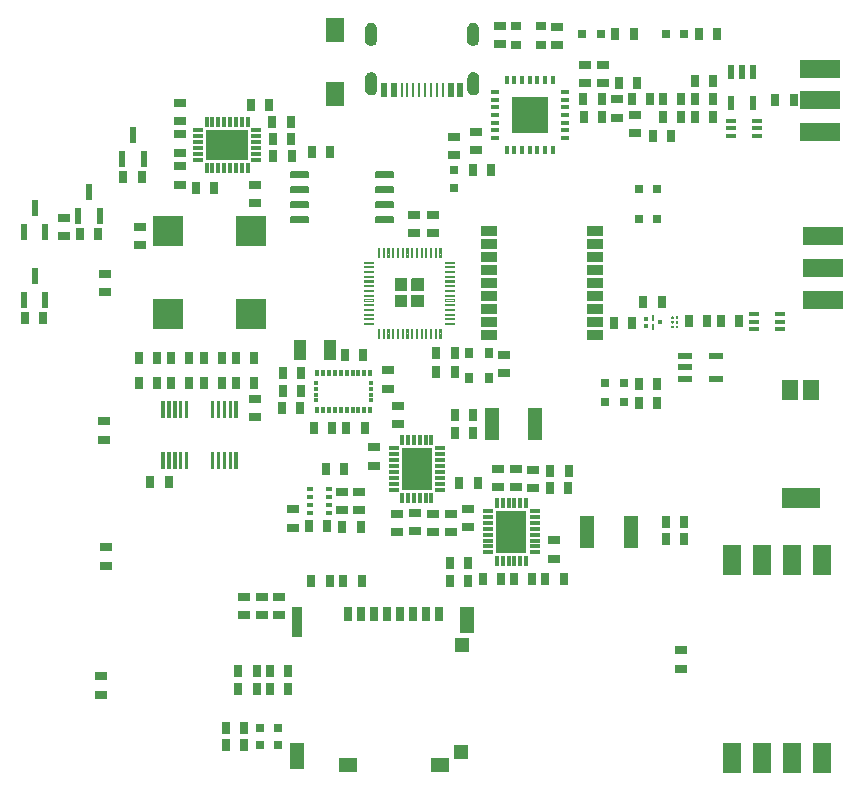
<source format=gbr>
G04 EAGLE Gerber RS-274X export*
G75*
%MOMM*%
%FSLAX34Y34*%
%LPD*%
%INSolderpaste Top*%
%IPPOS*%
%AMOC8*
5,1,8,0,0,1.08239X$1,22.5*%
G01*
%ADD10R,1.600000X2.000000*%
%ADD11R,2.500000X2.500000*%
%ADD12R,0.650000X1.000000*%
%ADD13R,1.300000X2.800000*%
%ADD14R,1.000000X0.650000*%
%ADD15R,3.200000X1.700000*%
%ADD16R,1.450000X1.700000*%
%ADD17R,0.800000X0.800000*%
%ADD18C,0.145000*%
%ADD19R,1.450000X0.850000*%
%ADD20R,0.500000X0.350000*%
%ADD21R,1.520000X2.540000*%
%ADD22R,0.950000X0.450000*%
%ADD23R,0.800000X1.240000*%
%ADD24R,0.950000X2.500000*%
%ADD25R,1.150000X2.200000*%
%ADD26R,1.160000X1.250000*%
%ADD27R,1.160000X1.200000*%
%ADD28R,1.500000X1.150000*%
%ADD29C,0.125000*%
%ADD30C,0.250000*%
%ADD31R,0.300000X0.850000*%
%ADD32R,0.850000X0.300000*%
%ADD33R,3.650000X2.650000*%
%ADD34R,2.650000X3.650000*%
%ADD35C,0.100000*%
%ADD36R,0.425000X0.325000*%
%ADD37R,0.250000X0.525000*%
%ADD38R,3.032806X3.032806*%
%ADD39R,0.320000X0.760000*%
%ADD40R,0.760000X0.320000*%
%ADD41R,1.200000X0.550000*%
%ADD42R,0.550000X1.200000*%
%ADD43R,0.300000X0.525000*%
%ADD44R,0.425000X0.300000*%
%ADD45R,0.558800X1.320800*%
%ADD46C,0.070000*%
%ADD47R,0.650000X0.900000*%
%ADD48R,0.900000X0.650000*%
%ADD49R,1.000000X1.800000*%
%ADD50R,3.500000X1.500000*%
%ADD51R,0.575000X1.150000*%
%ADD52R,0.275000X1.150000*%

G36*
X590184Y996281D02*
X590184Y996281D01*
X590184Y996282D01*
X590185Y996282D01*
X591259Y996657D01*
X591259Y996658D01*
X591260Y996658D01*
X592223Y997263D01*
X592223Y997264D01*
X592224Y997264D01*
X593028Y998068D01*
X593028Y998069D01*
X593029Y998069D01*
X593634Y999032D01*
X593634Y999033D01*
X593635Y999033D01*
X594010Y1000107D01*
X594010Y1000108D01*
X594011Y1000108D01*
X594012Y1000123D01*
X594013Y1000128D01*
X594013Y1000133D01*
X594014Y1000138D01*
X594015Y1000143D01*
X594015Y1000148D01*
X594016Y1000153D01*
X594016Y1000158D01*
X594019Y1000183D01*
X594020Y1000188D01*
X594020Y1000193D01*
X594021Y1000198D01*
X594021Y1000203D01*
X594022Y1000208D01*
X594022Y1000213D01*
X594023Y1000218D01*
X594026Y1000243D01*
X594026Y1000248D01*
X594027Y1000253D01*
X594027Y1000258D01*
X594028Y1000263D01*
X594029Y1000267D01*
X594029Y1000268D01*
X594029Y1000272D01*
X594029Y1000273D01*
X594030Y1000277D01*
X594032Y1000302D01*
X594033Y1000307D01*
X594034Y1000312D01*
X594034Y1000317D01*
X594035Y1000322D01*
X594035Y1000327D01*
X594036Y1000332D01*
X594036Y1000337D01*
X594039Y1000362D01*
X594040Y1000367D01*
X594040Y1000372D01*
X594041Y1000377D01*
X594041Y1000382D01*
X594042Y1000387D01*
X594043Y1000392D01*
X594043Y1000397D01*
X594045Y1000417D01*
X594046Y1000422D01*
X594046Y1000426D01*
X594046Y1000427D01*
X594047Y1000431D01*
X594047Y1000432D01*
X594048Y1000436D01*
X594048Y1000441D01*
X594049Y1000446D01*
X594049Y1000451D01*
X594050Y1000456D01*
X594052Y1000476D01*
X594053Y1000481D01*
X594053Y1000486D01*
X594054Y1000491D01*
X594054Y1000496D01*
X594055Y1000501D01*
X594055Y1000506D01*
X594056Y1000511D01*
X594057Y1000516D01*
X594059Y1000536D01*
X594059Y1000541D01*
X594060Y1000546D01*
X594060Y1000551D01*
X594061Y1000556D01*
X594062Y1000561D01*
X594062Y1000566D01*
X594063Y1000571D01*
X594063Y1000576D01*
X594065Y1000595D01*
X594066Y1000595D01*
X594066Y1000600D01*
X594067Y1000605D01*
X594067Y1000610D01*
X594068Y1000615D01*
X594068Y1000620D01*
X594069Y1000625D01*
X594069Y1000630D01*
X594070Y1000635D01*
X594072Y1000655D01*
X594073Y1000660D01*
X594073Y1000665D01*
X594074Y1000670D01*
X594074Y1000675D01*
X594075Y1000680D01*
X594076Y1000685D01*
X594076Y1000690D01*
X594077Y1000695D01*
X594079Y1000715D01*
X594079Y1000720D01*
X594080Y1000720D01*
X594079Y1000720D01*
X594080Y1000725D01*
X594081Y1000730D01*
X594081Y1000735D01*
X594082Y1000740D01*
X594082Y1000744D01*
X594082Y1000745D01*
X594083Y1000749D01*
X594083Y1000750D01*
X594083Y1000754D01*
X594086Y1000774D01*
X594086Y1000779D01*
X594087Y1000784D01*
X594087Y1000789D01*
X594088Y1000794D01*
X594088Y1000799D01*
X594089Y1000804D01*
X594090Y1000809D01*
X594090Y1000814D01*
X594092Y1000834D01*
X594093Y1000839D01*
X594093Y1000844D01*
X594094Y1000844D01*
X594093Y1000844D01*
X594094Y1000849D01*
X594095Y1000854D01*
X594095Y1000859D01*
X594096Y1000864D01*
X594096Y1000869D01*
X594097Y1000874D01*
X594099Y1000894D01*
X594100Y1000899D01*
X594100Y1000903D01*
X594100Y1000904D01*
X594101Y1000908D01*
X594101Y1000909D01*
X594101Y1000913D01*
X594102Y1000918D01*
X594102Y1000923D01*
X594103Y1000928D01*
X594104Y1000933D01*
X594106Y1000953D01*
X594106Y1000958D01*
X594107Y1000963D01*
X594107Y1000968D01*
X594108Y1000968D01*
X594107Y1000968D01*
X594108Y1000973D01*
X594109Y1000978D01*
X594109Y1000983D01*
X594110Y1000988D01*
X594110Y1000993D01*
X594113Y1001013D01*
X594113Y1001018D01*
X594114Y1001023D01*
X594114Y1001028D01*
X594115Y1001033D01*
X594115Y1001038D01*
X594116Y1001043D01*
X594116Y1001048D01*
X594117Y1001053D01*
X594119Y1001072D01*
X594120Y1001077D01*
X594120Y1001082D01*
X594121Y1001087D01*
X594121Y1001092D01*
X594122Y1001092D01*
X594121Y1001092D01*
X594122Y1001097D01*
X594123Y1001102D01*
X594123Y1001107D01*
X594126Y1001132D01*
X594127Y1001137D01*
X594127Y1001142D01*
X594128Y1001147D01*
X594128Y1001152D01*
X594129Y1001157D01*
X594129Y1001162D01*
X594130Y1001167D01*
X594133Y1001192D01*
X594133Y1001197D01*
X594134Y1001202D01*
X594134Y1001207D01*
X594135Y1001212D01*
X594135Y1001217D01*
X594136Y1001217D01*
X594135Y1001217D01*
X594136Y1001221D01*
X594136Y1001222D01*
X594137Y1001226D01*
X594137Y1001227D01*
X594138Y1001238D01*
X594138Y1001239D01*
X594138Y1010891D01*
X594138Y1010892D01*
X594011Y1012022D01*
X594010Y1012022D01*
X594010Y1012023D01*
X593635Y1013097D01*
X593634Y1013097D01*
X593634Y1013098D01*
X593029Y1014061D01*
X593028Y1014061D01*
X593028Y1014062D01*
X592224Y1014866D01*
X592223Y1014866D01*
X592223Y1014867D01*
X591260Y1015472D01*
X591259Y1015472D01*
X591259Y1015473D01*
X590185Y1015848D01*
X590184Y1015848D01*
X590184Y1015849D01*
X589054Y1015976D01*
X589053Y1015976D01*
X589052Y1015976D01*
X588818Y1015950D01*
X588465Y1015910D01*
X588113Y1015870D01*
X587979Y1015855D01*
X587978Y1015854D01*
X587977Y1015855D01*
X586957Y1015498D01*
X586957Y1015497D01*
X586956Y1015497D01*
X586041Y1014922D01*
X585276Y1014158D01*
X585276Y1014157D01*
X584701Y1013242D01*
X584701Y1013241D01*
X584700Y1013241D01*
X584343Y1012221D01*
X584344Y1012220D01*
X584343Y1012219D01*
X584342Y1012214D01*
X584342Y1012209D01*
X584341Y1012204D01*
X584339Y1012184D01*
X584339Y1012179D01*
X584338Y1012179D01*
X584339Y1012179D01*
X584338Y1012174D01*
X584337Y1012169D01*
X584337Y1012164D01*
X584336Y1012159D01*
X584336Y1012154D01*
X584335Y1012149D01*
X584332Y1012124D01*
X584332Y1012119D01*
X584331Y1012114D01*
X584331Y1012109D01*
X584330Y1012104D01*
X584330Y1012099D01*
X584329Y1012094D01*
X584328Y1012089D01*
X584326Y1012065D01*
X584325Y1012060D01*
X584325Y1012055D01*
X584324Y1012055D01*
X584325Y1012055D01*
X584324Y1012050D01*
X584323Y1012045D01*
X584323Y1012040D01*
X584322Y1012035D01*
X584322Y1012030D01*
X584319Y1012010D01*
X584319Y1012005D01*
X584318Y1012000D01*
X584318Y1011995D01*
X584317Y1011990D01*
X584317Y1011985D01*
X584316Y1011980D01*
X584316Y1011975D01*
X584315Y1011970D01*
X584313Y1011950D01*
X584312Y1011945D01*
X584312Y1011940D01*
X584311Y1011935D01*
X584311Y1011930D01*
X584310Y1011930D01*
X584311Y1011930D01*
X584310Y1011925D01*
X584309Y1011921D01*
X584309Y1011920D01*
X584309Y1011916D01*
X584309Y1011915D01*
X584308Y1011911D01*
X584306Y1011891D01*
X584305Y1011886D01*
X584305Y1011881D01*
X584304Y1011876D01*
X584304Y1011871D01*
X584303Y1011866D01*
X584303Y1011861D01*
X584302Y1011856D01*
X584302Y1011851D01*
X584299Y1011831D01*
X584299Y1011826D01*
X584298Y1011821D01*
X584298Y1011816D01*
X584297Y1011811D01*
X584297Y1011806D01*
X584296Y1011806D01*
X584297Y1011806D01*
X584296Y1011801D01*
X584295Y1011796D01*
X584293Y1011771D01*
X584292Y1011766D01*
X584291Y1011762D01*
X584291Y1011761D01*
X584291Y1011757D01*
X584291Y1011756D01*
X584290Y1011752D01*
X584290Y1011747D01*
X584289Y1011742D01*
X584289Y1011737D01*
X584286Y1011712D01*
X584285Y1011707D01*
X584285Y1011702D01*
X584284Y1011697D01*
X584284Y1011692D01*
X584283Y1011687D01*
X584283Y1011682D01*
X584282Y1011682D01*
X584283Y1011682D01*
X584282Y1011677D01*
X584280Y1011657D01*
X584279Y1011652D01*
X584279Y1011647D01*
X584278Y1011642D01*
X584277Y1011637D01*
X584277Y1011632D01*
X584276Y1011627D01*
X584276Y1011622D01*
X584275Y1011617D01*
X584273Y1011598D01*
X584273Y1011597D01*
X584272Y1011593D01*
X584272Y1011588D01*
X584271Y1011583D01*
X584271Y1011578D01*
X584270Y1011573D01*
X584270Y1011568D01*
X584269Y1011563D01*
X584269Y1011558D01*
X584268Y1011558D01*
X584269Y1011558D01*
X584266Y1011538D01*
X584266Y1011533D01*
X584265Y1011528D01*
X584265Y1011523D01*
X584264Y1011518D01*
X584263Y1011513D01*
X584263Y1011508D01*
X584262Y1011503D01*
X584262Y1011498D01*
X584260Y1011478D01*
X584259Y1011473D01*
X584258Y1011468D01*
X584258Y1011463D01*
X584257Y1011458D01*
X584257Y1011453D01*
X584256Y1011448D01*
X584256Y1011444D01*
X584256Y1011443D01*
X584253Y1011419D01*
X584252Y1011414D01*
X584252Y1011409D01*
X584251Y1011404D01*
X584251Y1011399D01*
X584250Y1011394D01*
X584249Y1011389D01*
X584249Y1011384D01*
X584246Y1011359D01*
X584246Y1011354D01*
X584245Y1011349D01*
X584244Y1011344D01*
X584244Y1011339D01*
X584243Y1011334D01*
X584243Y1011329D01*
X584242Y1011324D01*
X584240Y1011304D01*
X584239Y1011299D01*
X584239Y1011294D01*
X584238Y1011289D01*
X584238Y1011285D01*
X584238Y1011284D01*
X584237Y1011280D01*
X584237Y1011279D01*
X584237Y1011275D01*
X584236Y1011270D01*
X584235Y1011265D01*
X584233Y1011245D01*
X584233Y1011240D01*
X584232Y1011235D01*
X584232Y1011230D01*
X584231Y1011225D01*
X584230Y1011220D01*
X584230Y1011215D01*
X584229Y1011210D01*
X584229Y1011205D01*
X584227Y1011185D01*
X584226Y1011180D01*
X584225Y1011175D01*
X584225Y1011170D01*
X584224Y1011165D01*
X584224Y1011160D01*
X584223Y1011155D01*
X584223Y1011150D01*
X584222Y1011146D01*
X584222Y1011145D01*
X584222Y1000985D01*
X584222Y1000984D01*
X584343Y999911D01*
X584344Y999910D01*
X584343Y999909D01*
X584700Y998889D01*
X584701Y998889D01*
X584701Y998888D01*
X585276Y997973D01*
X586041Y997208D01*
X586956Y996633D01*
X586957Y996633D01*
X586957Y996632D01*
X587977Y996275D01*
X587978Y996276D01*
X587979Y996275D01*
X589052Y996154D01*
X589053Y996155D01*
X589054Y996154D01*
X590184Y996281D01*
G37*
G36*
X503824Y996281D02*
X503824Y996281D01*
X503824Y996282D01*
X503825Y996282D01*
X504899Y996657D01*
X504899Y996658D01*
X504900Y996658D01*
X505863Y997263D01*
X505863Y997264D01*
X505864Y997264D01*
X506668Y998068D01*
X506668Y998069D01*
X506669Y998069D01*
X507274Y999032D01*
X507274Y999033D01*
X507275Y999033D01*
X507650Y1000107D01*
X507650Y1000108D01*
X507651Y1000108D01*
X507652Y1000123D01*
X507653Y1000128D01*
X507653Y1000133D01*
X507654Y1000138D01*
X507655Y1000143D01*
X507655Y1000148D01*
X507656Y1000153D01*
X507656Y1000158D01*
X507659Y1000183D01*
X507660Y1000188D01*
X507660Y1000193D01*
X507661Y1000198D01*
X507661Y1000203D01*
X507662Y1000208D01*
X507662Y1000213D01*
X507663Y1000218D01*
X507666Y1000243D01*
X507666Y1000248D01*
X507667Y1000253D01*
X507667Y1000258D01*
X507668Y1000263D01*
X507669Y1000267D01*
X507669Y1000268D01*
X507669Y1000272D01*
X507669Y1000273D01*
X507670Y1000277D01*
X507672Y1000302D01*
X507673Y1000307D01*
X507674Y1000312D01*
X507674Y1000317D01*
X507675Y1000322D01*
X507675Y1000327D01*
X507676Y1000332D01*
X507676Y1000337D01*
X507679Y1000362D01*
X507680Y1000367D01*
X507680Y1000372D01*
X507681Y1000377D01*
X507681Y1000382D01*
X507682Y1000387D01*
X507683Y1000392D01*
X507683Y1000397D01*
X507685Y1000417D01*
X507686Y1000422D01*
X507686Y1000426D01*
X507686Y1000427D01*
X507687Y1000431D01*
X507687Y1000432D01*
X507688Y1000436D01*
X507688Y1000441D01*
X507689Y1000446D01*
X507689Y1000451D01*
X507690Y1000456D01*
X507692Y1000476D01*
X507693Y1000481D01*
X507693Y1000486D01*
X507694Y1000491D01*
X507694Y1000496D01*
X507695Y1000501D01*
X507695Y1000506D01*
X507696Y1000511D01*
X507697Y1000516D01*
X507699Y1000536D01*
X507699Y1000541D01*
X507700Y1000546D01*
X507700Y1000551D01*
X507701Y1000556D01*
X507702Y1000561D01*
X507702Y1000566D01*
X507703Y1000571D01*
X507703Y1000576D01*
X507705Y1000595D01*
X507706Y1000595D01*
X507706Y1000600D01*
X507707Y1000605D01*
X507707Y1000610D01*
X507708Y1000615D01*
X507708Y1000620D01*
X507709Y1000625D01*
X507709Y1000630D01*
X507710Y1000635D01*
X507712Y1000655D01*
X507713Y1000660D01*
X507713Y1000665D01*
X507714Y1000670D01*
X507714Y1000675D01*
X507715Y1000680D01*
X507716Y1000685D01*
X507716Y1000690D01*
X507717Y1000695D01*
X507719Y1000715D01*
X507719Y1000720D01*
X507720Y1000720D01*
X507719Y1000720D01*
X507720Y1000725D01*
X507721Y1000730D01*
X507721Y1000735D01*
X507722Y1000740D01*
X507722Y1000744D01*
X507722Y1000745D01*
X507723Y1000749D01*
X507723Y1000750D01*
X507723Y1000754D01*
X507726Y1000774D01*
X507726Y1000779D01*
X507727Y1000784D01*
X507727Y1000789D01*
X507728Y1000794D01*
X507728Y1000799D01*
X507729Y1000804D01*
X507730Y1000809D01*
X507730Y1000814D01*
X507732Y1000834D01*
X507733Y1000839D01*
X507733Y1000844D01*
X507734Y1000844D01*
X507733Y1000844D01*
X507734Y1000849D01*
X507735Y1000854D01*
X507735Y1000859D01*
X507736Y1000864D01*
X507736Y1000869D01*
X507737Y1000874D01*
X507739Y1000894D01*
X507740Y1000899D01*
X507740Y1000903D01*
X507740Y1000904D01*
X507741Y1000908D01*
X507741Y1000909D01*
X507741Y1000913D01*
X507742Y1000918D01*
X507742Y1000923D01*
X507743Y1000928D01*
X507744Y1000933D01*
X507746Y1000953D01*
X507746Y1000958D01*
X507747Y1000963D01*
X507747Y1000968D01*
X507748Y1000968D01*
X507747Y1000968D01*
X507748Y1000973D01*
X507749Y1000978D01*
X507749Y1000983D01*
X507750Y1000988D01*
X507750Y1000993D01*
X507753Y1001013D01*
X507753Y1001018D01*
X507754Y1001023D01*
X507754Y1001028D01*
X507755Y1001033D01*
X507755Y1001038D01*
X507756Y1001043D01*
X507756Y1001048D01*
X507757Y1001053D01*
X507759Y1001072D01*
X507760Y1001077D01*
X507760Y1001082D01*
X507761Y1001087D01*
X507761Y1001092D01*
X507762Y1001092D01*
X507761Y1001092D01*
X507762Y1001097D01*
X507763Y1001102D01*
X507763Y1001107D01*
X507766Y1001132D01*
X507767Y1001137D01*
X507767Y1001142D01*
X507768Y1001147D01*
X507768Y1001152D01*
X507769Y1001157D01*
X507769Y1001162D01*
X507770Y1001167D01*
X507773Y1001192D01*
X507773Y1001197D01*
X507774Y1001202D01*
X507774Y1001207D01*
X507775Y1001212D01*
X507775Y1001217D01*
X507776Y1001217D01*
X507775Y1001217D01*
X507776Y1001221D01*
X507776Y1001222D01*
X507777Y1001226D01*
X507777Y1001227D01*
X507778Y1001238D01*
X507778Y1001239D01*
X507778Y1010891D01*
X507778Y1010892D01*
X507651Y1012022D01*
X507650Y1012022D01*
X507650Y1012023D01*
X507275Y1013097D01*
X507274Y1013097D01*
X507274Y1013098D01*
X506669Y1014061D01*
X506668Y1014061D01*
X506668Y1014062D01*
X505864Y1014866D01*
X505863Y1014866D01*
X505863Y1014867D01*
X504900Y1015472D01*
X504899Y1015472D01*
X504899Y1015473D01*
X503825Y1015848D01*
X503824Y1015848D01*
X503824Y1015849D01*
X502694Y1015976D01*
X502693Y1015976D01*
X502692Y1015976D01*
X502458Y1015950D01*
X502105Y1015910D01*
X501753Y1015870D01*
X501619Y1015855D01*
X501618Y1015854D01*
X501617Y1015855D01*
X500597Y1015498D01*
X500597Y1015497D01*
X500596Y1015497D01*
X499681Y1014922D01*
X498916Y1014158D01*
X498916Y1014157D01*
X498341Y1013242D01*
X498341Y1013241D01*
X498340Y1013241D01*
X497983Y1012221D01*
X497984Y1012220D01*
X497983Y1012219D01*
X497982Y1012214D01*
X497982Y1012209D01*
X497981Y1012204D01*
X497979Y1012184D01*
X497979Y1012179D01*
X497978Y1012179D01*
X497979Y1012179D01*
X497978Y1012174D01*
X497977Y1012169D01*
X497977Y1012164D01*
X497976Y1012159D01*
X497976Y1012154D01*
X497975Y1012149D01*
X497972Y1012124D01*
X497972Y1012119D01*
X497971Y1012114D01*
X497971Y1012109D01*
X497970Y1012104D01*
X497970Y1012099D01*
X497969Y1012094D01*
X497968Y1012089D01*
X497966Y1012065D01*
X497965Y1012060D01*
X497965Y1012055D01*
X497964Y1012055D01*
X497965Y1012055D01*
X497964Y1012050D01*
X497963Y1012045D01*
X497963Y1012040D01*
X497962Y1012035D01*
X497962Y1012030D01*
X497959Y1012010D01*
X497959Y1012005D01*
X497958Y1012000D01*
X497958Y1011995D01*
X497957Y1011990D01*
X497957Y1011985D01*
X497956Y1011980D01*
X497956Y1011975D01*
X497955Y1011970D01*
X497953Y1011950D01*
X497952Y1011945D01*
X497952Y1011940D01*
X497951Y1011935D01*
X497951Y1011930D01*
X497950Y1011930D01*
X497951Y1011930D01*
X497950Y1011925D01*
X497949Y1011921D01*
X497949Y1011920D01*
X497949Y1011916D01*
X497949Y1011915D01*
X497948Y1011911D01*
X497946Y1011891D01*
X497945Y1011886D01*
X497945Y1011881D01*
X497944Y1011876D01*
X497944Y1011871D01*
X497943Y1011866D01*
X497943Y1011861D01*
X497942Y1011856D01*
X497942Y1011851D01*
X497939Y1011831D01*
X497939Y1011826D01*
X497938Y1011821D01*
X497938Y1011816D01*
X497937Y1011811D01*
X497937Y1011806D01*
X497936Y1011806D01*
X497937Y1011806D01*
X497936Y1011801D01*
X497935Y1011796D01*
X497933Y1011771D01*
X497932Y1011766D01*
X497931Y1011762D01*
X497931Y1011761D01*
X497931Y1011757D01*
X497931Y1011756D01*
X497930Y1011752D01*
X497930Y1011747D01*
X497929Y1011742D01*
X497929Y1011737D01*
X497926Y1011712D01*
X497925Y1011707D01*
X497925Y1011702D01*
X497924Y1011697D01*
X497924Y1011692D01*
X497923Y1011687D01*
X497923Y1011682D01*
X497922Y1011682D01*
X497923Y1011682D01*
X497922Y1011677D01*
X497920Y1011657D01*
X497919Y1011652D01*
X497919Y1011647D01*
X497918Y1011642D01*
X497917Y1011637D01*
X497917Y1011632D01*
X497916Y1011627D01*
X497916Y1011622D01*
X497915Y1011617D01*
X497913Y1011598D01*
X497913Y1011597D01*
X497912Y1011593D01*
X497912Y1011588D01*
X497911Y1011583D01*
X497911Y1011578D01*
X497910Y1011573D01*
X497910Y1011568D01*
X497909Y1011563D01*
X497909Y1011558D01*
X497908Y1011558D01*
X497909Y1011558D01*
X497906Y1011538D01*
X497906Y1011533D01*
X497905Y1011528D01*
X497905Y1011523D01*
X497904Y1011518D01*
X497903Y1011513D01*
X497903Y1011508D01*
X497902Y1011503D01*
X497902Y1011498D01*
X497900Y1011478D01*
X497899Y1011473D01*
X497898Y1011468D01*
X497898Y1011463D01*
X497897Y1011458D01*
X497897Y1011453D01*
X497896Y1011448D01*
X497896Y1011444D01*
X497896Y1011443D01*
X497893Y1011419D01*
X497892Y1011414D01*
X497892Y1011409D01*
X497891Y1011404D01*
X497891Y1011399D01*
X497890Y1011394D01*
X497889Y1011389D01*
X497889Y1011384D01*
X497886Y1011359D01*
X497886Y1011354D01*
X497885Y1011349D01*
X497884Y1011344D01*
X497884Y1011339D01*
X497883Y1011334D01*
X497883Y1011329D01*
X497882Y1011324D01*
X497880Y1011304D01*
X497879Y1011299D01*
X497879Y1011294D01*
X497878Y1011289D01*
X497878Y1011285D01*
X497878Y1011284D01*
X497877Y1011280D01*
X497877Y1011279D01*
X497877Y1011275D01*
X497876Y1011270D01*
X497875Y1011265D01*
X497873Y1011245D01*
X497873Y1011240D01*
X497872Y1011235D01*
X497872Y1011230D01*
X497871Y1011225D01*
X497870Y1011220D01*
X497870Y1011215D01*
X497869Y1011210D01*
X497869Y1011205D01*
X497867Y1011185D01*
X497866Y1011180D01*
X497865Y1011175D01*
X497865Y1011170D01*
X497864Y1011165D01*
X497864Y1011160D01*
X497863Y1011155D01*
X497863Y1011150D01*
X497862Y1011146D01*
X497862Y1011145D01*
X497862Y1000985D01*
X497862Y1000984D01*
X497983Y999911D01*
X497984Y999910D01*
X497983Y999909D01*
X498340Y998889D01*
X498341Y998889D01*
X498341Y998888D01*
X498916Y997973D01*
X499681Y997208D01*
X500596Y996633D01*
X500597Y996633D01*
X500597Y996632D01*
X501617Y996275D01*
X501618Y996276D01*
X501619Y996275D01*
X502692Y996154D01*
X502693Y996155D01*
X502694Y996154D01*
X503824Y996281D01*
G37*
G36*
X590311Y954498D02*
X590311Y954498D01*
X590311Y954499D01*
X590312Y954499D01*
X591386Y954874D01*
X591386Y954875D01*
X591387Y954875D01*
X592350Y955480D01*
X592350Y955481D01*
X592351Y955481D01*
X593155Y956285D01*
X593155Y956286D01*
X593156Y956286D01*
X593761Y957249D01*
X593761Y957250D01*
X593762Y957250D01*
X594137Y958324D01*
X594137Y958325D01*
X594138Y958325D01*
X594139Y958340D01*
X594140Y958345D01*
X594140Y958350D01*
X594141Y958355D01*
X594142Y958360D01*
X594142Y958365D01*
X594143Y958370D01*
X594143Y958375D01*
X594146Y958400D01*
X594147Y958405D01*
X594147Y958410D01*
X594148Y958415D01*
X594148Y958420D01*
X594149Y958425D01*
X594149Y958430D01*
X594150Y958435D01*
X594153Y958460D01*
X594153Y958465D01*
X594154Y958470D01*
X594154Y958475D01*
X594155Y958480D01*
X594156Y958484D01*
X594156Y958485D01*
X594156Y958489D01*
X594156Y958490D01*
X594157Y958494D01*
X594159Y958519D01*
X594160Y958524D01*
X594161Y958529D01*
X594161Y958534D01*
X594162Y958539D01*
X594162Y958544D01*
X594163Y958549D01*
X594163Y958554D01*
X594166Y958579D01*
X594167Y958584D01*
X594167Y958589D01*
X594168Y958594D01*
X594168Y958599D01*
X594169Y958604D01*
X594170Y958609D01*
X594170Y958614D01*
X594172Y958634D01*
X594173Y958639D01*
X594173Y958643D01*
X594173Y958644D01*
X594174Y958648D01*
X594174Y958649D01*
X594175Y958653D01*
X594175Y958658D01*
X594176Y958663D01*
X594176Y958668D01*
X594177Y958673D01*
X594179Y958693D01*
X594180Y958698D01*
X594180Y958703D01*
X594181Y958708D01*
X594181Y958713D01*
X594182Y958718D01*
X594182Y958723D01*
X594183Y958728D01*
X594184Y958733D01*
X594186Y958753D01*
X594186Y958758D01*
X594187Y958763D01*
X594187Y958768D01*
X594188Y958773D01*
X594189Y958778D01*
X594189Y958783D01*
X594190Y958788D01*
X594190Y958793D01*
X594192Y958812D01*
X594193Y958812D01*
X594193Y958817D01*
X594194Y958822D01*
X594194Y958827D01*
X594195Y958832D01*
X594195Y958837D01*
X594196Y958842D01*
X594196Y958847D01*
X594197Y958852D01*
X594199Y958872D01*
X594200Y958877D01*
X594200Y958882D01*
X594201Y958887D01*
X594201Y958892D01*
X594202Y958897D01*
X594203Y958902D01*
X594203Y958907D01*
X594204Y958912D01*
X594206Y958932D01*
X594206Y958937D01*
X594207Y958937D01*
X594206Y958937D01*
X594207Y958942D01*
X594208Y958947D01*
X594208Y958952D01*
X594209Y958957D01*
X594209Y958961D01*
X594209Y958962D01*
X594210Y958966D01*
X594210Y958967D01*
X594210Y958971D01*
X594213Y958991D01*
X594213Y958996D01*
X594214Y959001D01*
X594214Y959006D01*
X594215Y959011D01*
X594215Y959016D01*
X594216Y959021D01*
X594217Y959026D01*
X594217Y959031D01*
X594219Y959051D01*
X594220Y959056D01*
X594220Y959061D01*
X594221Y959061D01*
X594220Y959061D01*
X594221Y959066D01*
X594222Y959071D01*
X594222Y959076D01*
X594223Y959081D01*
X594223Y959086D01*
X594224Y959091D01*
X594226Y959111D01*
X594227Y959116D01*
X594227Y959120D01*
X594227Y959121D01*
X594228Y959125D01*
X594228Y959126D01*
X594228Y959130D01*
X594229Y959135D01*
X594229Y959140D01*
X594230Y959145D01*
X594231Y959150D01*
X594233Y959170D01*
X594233Y959175D01*
X594234Y959180D01*
X594234Y959185D01*
X594235Y959185D01*
X594234Y959185D01*
X594235Y959190D01*
X594236Y959195D01*
X594236Y959200D01*
X594237Y959205D01*
X594237Y959210D01*
X594240Y959230D01*
X594240Y959235D01*
X594241Y959240D01*
X594241Y959245D01*
X594242Y959250D01*
X594242Y959255D01*
X594243Y959260D01*
X594243Y959265D01*
X594244Y959270D01*
X594246Y959289D01*
X594247Y959294D01*
X594247Y959299D01*
X594248Y959304D01*
X594248Y959309D01*
X594249Y959309D01*
X594248Y959309D01*
X594249Y959314D01*
X594250Y959319D01*
X594250Y959324D01*
X594253Y959349D01*
X594254Y959354D01*
X594254Y959359D01*
X594255Y959364D01*
X594255Y959369D01*
X594256Y959374D01*
X594256Y959379D01*
X594257Y959384D01*
X594260Y959409D01*
X594260Y959414D01*
X594261Y959419D01*
X594261Y959424D01*
X594262Y959429D01*
X594262Y959434D01*
X594263Y959434D01*
X594262Y959434D01*
X594263Y959438D01*
X594263Y959439D01*
X594264Y959443D01*
X594264Y959444D01*
X594265Y959455D01*
X594265Y959456D01*
X594265Y969108D01*
X594265Y969109D01*
X594138Y970239D01*
X594137Y970239D01*
X594137Y970240D01*
X593762Y971314D01*
X593761Y971314D01*
X593761Y971315D01*
X593156Y972278D01*
X593155Y972278D01*
X593155Y972279D01*
X592351Y973083D01*
X592350Y973083D01*
X592350Y973084D01*
X591387Y973689D01*
X591386Y973689D01*
X591386Y973690D01*
X590312Y974065D01*
X590311Y974065D01*
X590311Y974066D01*
X589181Y974193D01*
X589180Y974193D01*
X589179Y974193D01*
X588945Y974167D01*
X588592Y974127D01*
X588240Y974087D01*
X588106Y974072D01*
X588105Y974071D01*
X588104Y974072D01*
X587084Y973715D01*
X587084Y973714D01*
X587083Y973714D01*
X586168Y973139D01*
X585403Y972375D01*
X585403Y972374D01*
X584828Y971459D01*
X584828Y971458D01*
X584827Y971458D01*
X584470Y970438D01*
X584471Y970437D01*
X584470Y970436D01*
X584469Y970431D01*
X584469Y970426D01*
X584468Y970421D01*
X584466Y970401D01*
X584466Y970396D01*
X584465Y970396D01*
X584466Y970396D01*
X584465Y970391D01*
X584464Y970386D01*
X584464Y970381D01*
X584463Y970376D01*
X584463Y970371D01*
X584462Y970366D01*
X584459Y970341D01*
X584459Y970336D01*
X584458Y970331D01*
X584458Y970326D01*
X584457Y970321D01*
X584457Y970316D01*
X584456Y970311D01*
X584455Y970306D01*
X584453Y970282D01*
X584452Y970277D01*
X584452Y970272D01*
X584451Y970272D01*
X584452Y970272D01*
X584451Y970267D01*
X584450Y970262D01*
X584450Y970257D01*
X584449Y970252D01*
X584449Y970247D01*
X584446Y970227D01*
X584446Y970222D01*
X584445Y970217D01*
X584445Y970212D01*
X584444Y970207D01*
X584444Y970202D01*
X584443Y970197D01*
X584443Y970192D01*
X584442Y970187D01*
X584440Y970167D01*
X584439Y970162D01*
X584439Y970157D01*
X584438Y970152D01*
X584438Y970147D01*
X584437Y970147D01*
X584438Y970147D01*
X584437Y970142D01*
X584436Y970138D01*
X584436Y970137D01*
X584436Y970133D01*
X584436Y970132D01*
X584435Y970128D01*
X584433Y970108D01*
X584432Y970103D01*
X584432Y970098D01*
X584431Y970093D01*
X584431Y970088D01*
X584430Y970083D01*
X584430Y970078D01*
X584429Y970073D01*
X584429Y970068D01*
X584426Y970048D01*
X584426Y970043D01*
X584425Y970038D01*
X584425Y970033D01*
X584424Y970028D01*
X584424Y970023D01*
X584423Y970023D01*
X584424Y970023D01*
X584423Y970018D01*
X584422Y970013D01*
X584420Y969988D01*
X584419Y969983D01*
X584418Y969979D01*
X584418Y969978D01*
X584418Y969974D01*
X584418Y969973D01*
X584417Y969969D01*
X584417Y969964D01*
X584416Y969959D01*
X584416Y969954D01*
X584413Y969929D01*
X584412Y969924D01*
X584412Y969919D01*
X584411Y969914D01*
X584411Y969909D01*
X584410Y969904D01*
X584410Y969899D01*
X584409Y969899D01*
X584410Y969899D01*
X584409Y969894D01*
X584407Y969874D01*
X584406Y969869D01*
X584406Y969864D01*
X584405Y969859D01*
X584404Y969854D01*
X584404Y969849D01*
X584403Y969844D01*
X584403Y969839D01*
X584402Y969834D01*
X584400Y969815D01*
X584400Y969814D01*
X584399Y969810D01*
X584399Y969805D01*
X584398Y969800D01*
X584398Y969795D01*
X584397Y969790D01*
X584397Y969785D01*
X584396Y969780D01*
X584396Y969775D01*
X584395Y969775D01*
X584396Y969775D01*
X584393Y969755D01*
X584393Y969750D01*
X584392Y969745D01*
X584392Y969740D01*
X584391Y969735D01*
X584390Y969730D01*
X584390Y969725D01*
X584389Y969720D01*
X584389Y969715D01*
X584387Y969695D01*
X584386Y969690D01*
X584385Y969685D01*
X584385Y969680D01*
X584384Y969675D01*
X584384Y969670D01*
X584383Y969665D01*
X584383Y969661D01*
X584383Y969660D01*
X584380Y969636D01*
X584379Y969631D01*
X584379Y969626D01*
X584378Y969621D01*
X584378Y969616D01*
X584377Y969611D01*
X584376Y969606D01*
X584376Y969601D01*
X584373Y969576D01*
X584373Y969571D01*
X584372Y969566D01*
X584371Y969561D01*
X584371Y969556D01*
X584370Y969551D01*
X584370Y969546D01*
X584369Y969541D01*
X584367Y969521D01*
X584366Y969516D01*
X584366Y969511D01*
X584365Y969506D01*
X584365Y969502D01*
X584365Y969501D01*
X584364Y969497D01*
X584364Y969496D01*
X584364Y969492D01*
X584363Y969487D01*
X584362Y969482D01*
X584360Y969462D01*
X584360Y969457D01*
X584359Y969452D01*
X584359Y969447D01*
X584358Y969442D01*
X584357Y969437D01*
X584357Y969432D01*
X584356Y969427D01*
X584356Y969422D01*
X584354Y969402D01*
X584353Y969397D01*
X584352Y969392D01*
X584352Y969387D01*
X584351Y969382D01*
X584351Y969377D01*
X584350Y969372D01*
X584350Y969367D01*
X584349Y969363D01*
X584349Y969362D01*
X584349Y959202D01*
X584349Y959201D01*
X584470Y958128D01*
X584471Y958127D01*
X584470Y958126D01*
X584827Y957106D01*
X584828Y957106D01*
X584828Y957105D01*
X585403Y956190D01*
X586168Y955425D01*
X587083Y954850D01*
X587084Y954850D01*
X587084Y954849D01*
X588104Y954492D01*
X588105Y954493D01*
X588106Y954492D01*
X589179Y954371D01*
X589180Y954372D01*
X589181Y954371D01*
X590311Y954498D01*
G37*
G36*
X503824Y954371D02*
X503824Y954371D01*
X503824Y954372D01*
X503825Y954372D01*
X504899Y954747D01*
X504899Y954748D01*
X504900Y954748D01*
X505863Y955353D01*
X505863Y955354D01*
X505864Y955354D01*
X506668Y956158D01*
X506668Y956159D01*
X506669Y956159D01*
X507274Y957122D01*
X507274Y957123D01*
X507275Y957123D01*
X507650Y958197D01*
X507650Y958198D01*
X507651Y958198D01*
X507652Y958213D01*
X507653Y958218D01*
X507653Y958223D01*
X507654Y958228D01*
X507655Y958233D01*
X507655Y958238D01*
X507656Y958243D01*
X507656Y958248D01*
X507659Y958273D01*
X507660Y958278D01*
X507660Y958283D01*
X507661Y958288D01*
X507661Y958293D01*
X507662Y958298D01*
X507662Y958303D01*
X507663Y958308D01*
X507666Y958333D01*
X507666Y958338D01*
X507667Y958343D01*
X507667Y958348D01*
X507668Y958353D01*
X507669Y958357D01*
X507669Y958358D01*
X507669Y958362D01*
X507669Y958363D01*
X507670Y958367D01*
X507672Y958392D01*
X507673Y958397D01*
X507674Y958402D01*
X507674Y958407D01*
X507675Y958412D01*
X507675Y958417D01*
X507676Y958422D01*
X507676Y958427D01*
X507679Y958452D01*
X507680Y958457D01*
X507680Y958462D01*
X507681Y958467D01*
X507681Y958472D01*
X507682Y958477D01*
X507683Y958482D01*
X507683Y958487D01*
X507685Y958507D01*
X507686Y958512D01*
X507686Y958516D01*
X507686Y958517D01*
X507687Y958521D01*
X507687Y958522D01*
X507688Y958526D01*
X507688Y958531D01*
X507689Y958536D01*
X507689Y958541D01*
X507690Y958546D01*
X507692Y958566D01*
X507693Y958571D01*
X507693Y958576D01*
X507694Y958581D01*
X507694Y958586D01*
X507695Y958591D01*
X507695Y958596D01*
X507696Y958601D01*
X507697Y958606D01*
X507699Y958626D01*
X507699Y958631D01*
X507700Y958636D01*
X507700Y958641D01*
X507701Y958646D01*
X507702Y958651D01*
X507702Y958656D01*
X507703Y958661D01*
X507703Y958666D01*
X507705Y958685D01*
X507706Y958685D01*
X507706Y958690D01*
X507707Y958695D01*
X507707Y958700D01*
X507708Y958705D01*
X507708Y958710D01*
X507709Y958715D01*
X507709Y958720D01*
X507710Y958725D01*
X507712Y958745D01*
X507713Y958750D01*
X507713Y958755D01*
X507714Y958760D01*
X507714Y958765D01*
X507715Y958770D01*
X507716Y958775D01*
X507716Y958780D01*
X507717Y958785D01*
X507719Y958805D01*
X507719Y958810D01*
X507720Y958810D01*
X507719Y958810D01*
X507720Y958815D01*
X507721Y958820D01*
X507721Y958825D01*
X507722Y958830D01*
X507722Y958834D01*
X507722Y958835D01*
X507723Y958839D01*
X507723Y958840D01*
X507723Y958844D01*
X507726Y958864D01*
X507726Y958869D01*
X507727Y958874D01*
X507727Y958879D01*
X507728Y958884D01*
X507728Y958889D01*
X507729Y958894D01*
X507730Y958899D01*
X507730Y958904D01*
X507732Y958924D01*
X507733Y958929D01*
X507733Y958934D01*
X507734Y958934D01*
X507733Y958934D01*
X507734Y958939D01*
X507735Y958944D01*
X507735Y958949D01*
X507736Y958954D01*
X507736Y958959D01*
X507737Y958964D01*
X507739Y958984D01*
X507740Y958989D01*
X507740Y958993D01*
X507740Y958994D01*
X507741Y958998D01*
X507741Y958999D01*
X507741Y959003D01*
X507742Y959008D01*
X507742Y959013D01*
X507743Y959018D01*
X507744Y959023D01*
X507746Y959043D01*
X507746Y959048D01*
X507747Y959053D01*
X507747Y959058D01*
X507748Y959058D01*
X507747Y959058D01*
X507748Y959063D01*
X507749Y959068D01*
X507749Y959073D01*
X507750Y959078D01*
X507750Y959083D01*
X507753Y959103D01*
X507753Y959108D01*
X507754Y959113D01*
X507754Y959118D01*
X507755Y959123D01*
X507755Y959128D01*
X507756Y959133D01*
X507756Y959138D01*
X507757Y959143D01*
X507759Y959162D01*
X507760Y959167D01*
X507760Y959172D01*
X507761Y959177D01*
X507761Y959182D01*
X507762Y959182D01*
X507761Y959182D01*
X507762Y959187D01*
X507763Y959192D01*
X507763Y959197D01*
X507766Y959222D01*
X507767Y959227D01*
X507767Y959232D01*
X507768Y959237D01*
X507768Y959242D01*
X507769Y959247D01*
X507769Y959252D01*
X507770Y959257D01*
X507773Y959282D01*
X507773Y959287D01*
X507774Y959292D01*
X507774Y959297D01*
X507775Y959302D01*
X507775Y959307D01*
X507776Y959307D01*
X507775Y959307D01*
X507776Y959311D01*
X507776Y959312D01*
X507777Y959316D01*
X507777Y959317D01*
X507778Y959328D01*
X507778Y959329D01*
X507778Y968981D01*
X507778Y968982D01*
X507651Y970112D01*
X507650Y970112D01*
X507650Y970113D01*
X507275Y971187D01*
X507274Y971187D01*
X507274Y971188D01*
X506669Y972151D01*
X506668Y972151D01*
X506668Y972152D01*
X505864Y972956D01*
X505863Y972956D01*
X505863Y972957D01*
X504900Y973562D01*
X504899Y973562D01*
X504899Y973563D01*
X503825Y973938D01*
X503824Y973938D01*
X503824Y973939D01*
X502694Y974066D01*
X502693Y974066D01*
X502692Y974066D01*
X502458Y974040D01*
X502105Y974000D01*
X501753Y973960D01*
X501619Y973945D01*
X501618Y973944D01*
X501617Y973945D01*
X500597Y973588D01*
X500597Y973587D01*
X500596Y973587D01*
X499681Y973012D01*
X498916Y972248D01*
X498916Y972247D01*
X498341Y971332D01*
X498341Y971331D01*
X498340Y971331D01*
X497983Y970311D01*
X497984Y970310D01*
X497983Y970309D01*
X497982Y970304D01*
X497982Y970299D01*
X497981Y970294D01*
X497979Y970274D01*
X497979Y970269D01*
X497978Y970269D01*
X497979Y970269D01*
X497978Y970264D01*
X497977Y970259D01*
X497977Y970254D01*
X497976Y970249D01*
X497976Y970244D01*
X497975Y970239D01*
X497972Y970214D01*
X497972Y970209D01*
X497971Y970204D01*
X497971Y970199D01*
X497970Y970194D01*
X497970Y970189D01*
X497969Y970184D01*
X497968Y970179D01*
X497966Y970155D01*
X497965Y970150D01*
X497965Y970145D01*
X497964Y970145D01*
X497965Y970145D01*
X497964Y970140D01*
X497963Y970135D01*
X497963Y970130D01*
X497962Y970125D01*
X497962Y970120D01*
X497959Y970100D01*
X497959Y970095D01*
X497958Y970090D01*
X497958Y970085D01*
X497957Y970080D01*
X497957Y970075D01*
X497956Y970070D01*
X497956Y970065D01*
X497955Y970060D01*
X497953Y970040D01*
X497952Y970035D01*
X497952Y970030D01*
X497951Y970025D01*
X497951Y970020D01*
X497950Y970020D01*
X497951Y970020D01*
X497950Y970015D01*
X497949Y970011D01*
X497949Y970010D01*
X497949Y970006D01*
X497949Y970005D01*
X497948Y970001D01*
X497946Y969981D01*
X497945Y969976D01*
X497945Y969971D01*
X497944Y969966D01*
X497944Y969961D01*
X497943Y969956D01*
X497943Y969951D01*
X497942Y969946D01*
X497942Y969941D01*
X497939Y969921D01*
X497939Y969916D01*
X497938Y969911D01*
X497938Y969906D01*
X497937Y969901D01*
X497937Y969896D01*
X497936Y969896D01*
X497937Y969896D01*
X497936Y969891D01*
X497935Y969886D01*
X497933Y969861D01*
X497932Y969856D01*
X497931Y969852D01*
X497931Y969851D01*
X497931Y969847D01*
X497931Y969846D01*
X497930Y969842D01*
X497930Y969837D01*
X497929Y969832D01*
X497929Y969827D01*
X497926Y969802D01*
X497925Y969797D01*
X497925Y969792D01*
X497924Y969787D01*
X497924Y969782D01*
X497923Y969777D01*
X497923Y969772D01*
X497922Y969772D01*
X497923Y969772D01*
X497922Y969767D01*
X497920Y969747D01*
X497919Y969742D01*
X497919Y969737D01*
X497918Y969732D01*
X497917Y969727D01*
X497917Y969722D01*
X497916Y969717D01*
X497916Y969712D01*
X497915Y969707D01*
X497913Y969688D01*
X497913Y969687D01*
X497912Y969683D01*
X497912Y969678D01*
X497911Y969673D01*
X497911Y969668D01*
X497910Y969663D01*
X497910Y969658D01*
X497909Y969653D01*
X497909Y969648D01*
X497908Y969648D01*
X497909Y969648D01*
X497906Y969628D01*
X497906Y969623D01*
X497905Y969618D01*
X497905Y969613D01*
X497904Y969608D01*
X497903Y969603D01*
X497903Y969598D01*
X497902Y969593D01*
X497902Y969588D01*
X497900Y969568D01*
X497899Y969563D01*
X497898Y969558D01*
X497898Y969553D01*
X497897Y969548D01*
X497897Y969543D01*
X497896Y969538D01*
X497896Y969534D01*
X497896Y969533D01*
X497893Y969509D01*
X497892Y969504D01*
X497892Y969499D01*
X497891Y969494D01*
X497891Y969489D01*
X497890Y969484D01*
X497889Y969479D01*
X497889Y969474D01*
X497886Y969449D01*
X497886Y969444D01*
X497885Y969439D01*
X497884Y969434D01*
X497884Y969429D01*
X497883Y969424D01*
X497883Y969419D01*
X497882Y969414D01*
X497880Y969394D01*
X497879Y969389D01*
X497879Y969384D01*
X497878Y969379D01*
X497878Y969375D01*
X497878Y969374D01*
X497877Y969370D01*
X497877Y969369D01*
X497877Y969365D01*
X497876Y969360D01*
X497875Y969355D01*
X497873Y969335D01*
X497873Y969330D01*
X497872Y969325D01*
X497872Y969320D01*
X497871Y969315D01*
X497870Y969310D01*
X497870Y969305D01*
X497869Y969300D01*
X497869Y969295D01*
X497867Y969275D01*
X497866Y969270D01*
X497865Y969265D01*
X497865Y969260D01*
X497864Y969255D01*
X497864Y969250D01*
X497863Y969245D01*
X497863Y969240D01*
X497862Y969236D01*
X497862Y969235D01*
X497862Y959075D01*
X497862Y959074D01*
X497983Y958001D01*
X497984Y958000D01*
X497983Y957999D01*
X498340Y956979D01*
X498341Y956979D01*
X498341Y956978D01*
X498916Y956063D01*
X499681Y955298D01*
X500596Y954723D01*
X500597Y954723D01*
X500597Y954722D01*
X501617Y954365D01*
X501618Y954366D01*
X501619Y954365D01*
X502692Y954244D01*
X502693Y954245D01*
X502694Y954244D01*
X503824Y954371D01*
G37*
G36*
X532874Y788837D02*
X532874Y788837D01*
X532882Y788836D01*
X532970Y788857D01*
X533060Y788875D01*
X533067Y788880D01*
X533075Y788882D01*
X533149Y788936D01*
X533224Y788988D01*
X533229Y788995D01*
X533235Y789000D01*
X533282Y789078D01*
X533331Y789155D01*
X533333Y789163D01*
X533337Y789171D01*
X533365Y789335D01*
X533365Y798897D01*
X533363Y798905D01*
X533364Y798914D01*
X533343Y799002D01*
X533325Y799092D01*
X533320Y799099D01*
X533318Y799107D01*
X533264Y799180D01*
X533212Y799256D01*
X533205Y799261D01*
X533200Y799267D01*
X533122Y799314D01*
X533045Y799363D01*
X533037Y799364D01*
X533029Y799369D01*
X532865Y799396D01*
X523303Y799396D01*
X523295Y799395D01*
X523286Y799396D01*
X523198Y799375D01*
X523108Y799357D01*
X523101Y799352D01*
X523093Y799350D01*
X523020Y799296D01*
X522944Y799244D01*
X522939Y799237D01*
X522933Y799232D01*
X522886Y799154D01*
X522837Y799077D01*
X522836Y799068D01*
X522831Y799061D01*
X522804Y798897D01*
X522804Y789335D01*
X522805Y789326D01*
X522804Y789318D01*
X522825Y789230D01*
X522843Y789140D01*
X522848Y789133D01*
X522850Y789125D01*
X522904Y789051D01*
X522956Y788976D01*
X522963Y788971D01*
X522968Y788965D01*
X523046Y788918D01*
X523123Y788869D01*
X523132Y788867D01*
X523139Y788863D01*
X523303Y788835D01*
X532865Y788835D01*
X532874Y788837D01*
G37*
G36*
X546905Y788837D02*
X546905Y788837D01*
X546914Y788836D01*
X547002Y788857D01*
X547092Y788875D01*
X547099Y788880D01*
X547107Y788882D01*
X547180Y788936D01*
X547256Y788988D01*
X547261Y788995D01*
X547267Y789000D01*
X547314Y789078D01*
X547363Y789155D01*
X547364Y789163D01*
X547369Y789171D01*
X547396Y789335D01*
X547396Y798897D01*
X547395Y798905D01*
X547396Y798914D01*
X547375Y799002D01*
X547357Y799092D01*
X547352Y799099D01*
X547350Y799107D01*
X547296Y799180D01*
X547244Y799256D01*
X547237Y799261D01*
X547232Y799267D01*
X547154Y799314D01*
X547077Y799363D01*
X547068Y799364D01*
X547061Y799369D01*
X546897Y799396D01*
X537335Y799396D01*
X537326Y799395D01*
X537318Y799396D01*
X537230Y799375D01*
X537140Y799357D01*
X537133Y799352D01*
X537125Y799350D01*
X537051Y799296D01*
X536976Y799244D01*
X536971Y799237D01*
X536965Y799232D01*
X536918Y799154D01*
X536869Y799077D01*
X536867Y799068D01*
X536863Y799061D01*
X536835Y798897D01*
X536835Y789335D01*
X536837Y789326D01*
X536836Y789318D01*
X536857Y789230D01*
X536875Y789140D01*
X536880Y789133D01*
X536882Y789125D01*
X536936Y789051D01*
X536988Y788976D01*
X536995Y788971D01*
X537000Y788965D01*
X537078Y788918D01*
X537155Y788869D01*
X537163Y788867D01*
X537171Y788863D01*
X537335Y788835D01*
X546897Y788835D01*
X546905Y788837D01*
G37*
G36*
X532874Y774805D02*
X532874Y774805D01*
X532882Y774804D01*
X532970Y774825D01*
X533060Y774843D01*
X533067Y774848D01*
X533075Y774850D01*
X533149Y774904D01*
X533224Y774956D01*
X533229Y774963D01*
X533235Y774968D01*
X533282Y775046D01*
X533331Y775123D01*
X533333Y775132D01*
X533337Y775139D01*
X533365Y775303D01*
X533365Y784865D01*
X533363Y784874D01*
X533364Y784882D01*
X533343Y784970D01*
X533325Y785060D01*
X533320Y785067D01*
X533318Y785075D01*
X533264Y785149D01*
X533212Y785224D01*
X533205Y785229D01*
X533200Y785235D01*
X533122Y785282D01*
X533045Y785331D01*
X533037Y785333D01*
X533029Y785337D01*
X532865Y785365D01*
X523303Y785365D01*
X523295Y785363D01*
X523286Y785364D01*
X523198Y785343D01*
X523108Y785325D01*
X523101Y785320D01*
X523093Y785318D01*
X523020Y785264D01*
X522944Y785212D01*
X522939Y785205D01*
X522933Y785200D01*
X522886Y785122D01*
X522837Y785045D01*
X522836Y785037D01*
X522831Y785029D01*
X522804Y784865D01*
X522804Y775303D01*
X522805Y775295D01*
X522804Y775286D01*
X522825Y775198D01*
X522843Y775108D01*
X522848Y775101D01*
X522850Y775093D01*
X522904Y775020D01*
X522956Y774944D01*
X522963Y774939D01*
X522968Y774933D01*
X523046Y774886D01*
X523123Y774837D01*
X523132Y774836D01*
X523139Y774831D01*
X523303Y774804D01*
X532865Y774804D01*
X532874Y774805D01*
G37*
G36*
X546905Y774805D02*
X546905Y774805D01*
X546914Y774804D01*
X547002Y774825D01*
X547092Y774843D01*
X547099Y774848D01*
X547107Y774850D01*
X547180Y774904D01*
X547256Y774956D01*
X547261Y774963D01*
X547267Y774968D01*
X547314Y775046D01*
X547363Y775123D01*
X547364Y775132D01*
X547369Y775139D01*
X547396Y775303D01*
X547396Y784865D01*
X547395Y784874D01*
X547396Y784882D01*
X547375Y784970D01*
X547357Y785060D01*
X547352Y785067D01*
X547350Y785075D01*
X547296Y785149D01*
X547244Y785224D01*
X547237Y785229D01*
X547232Y785235D01*
X547154Y785282D01*
X547077Y785331D01*
X547068Y785333D01*
X547061Y785337D01*
X546897Y785365D01*
X537335Y785365D01*
X537326Y785363D01*
X537318Y785364D01*
X537230Y785343D01*
X537140Y785325D01*
X537133Y785320D01*
X537125Y785318D01*
X537051Y785264D01*
X536976Y785212D01*
X536971Y785205D01*
X536965Y785200D01*
X536918Y785122D01*
X536869Y785045D01*
X536867Y785037D01*
X536863Y785029D01*
X536835Y784865D01*
X536835Y775303D01*
X536837Y775295D01*
X536836Y775286D01*
X536857Y775198D01*
X536875Y775108D01*
X536880Y775101D01*
X536882Y775093D01*
X536936Y775020D01*
X536988Y774944D01*
X536995Y774939D01*
X537000Y774933D01*
X537078Y774886D01*
X537155Y774837D01*
X537163Y774836D01*
X537171Y774831D01*
X537335Y774804D01*
X546897Y774804D01*
X546905Y774805D01*
G37*
D10*
X472300Y1009600D03*
X472300Y955600D03*
D11*
X400700Y769200D03*
X400700Y839200D03*
X330700Y839200D03*
X330700Y769200D03*
D12*
X592950Y626000D03*
X577450Y626000D03*
D13*
X641800Y676000D03*
X604800Y676000D03*
D14*
X555000Y600150D03*
X555000Y584650D03*
X525000Y584750D03*
X525000Y600250D03*
X404300Y681850D03*
X404300Y697350D03*
X505300Y640750D03*
X505300Y656250D03*
X477800Y618450D03*
X477800Y602950D03*
D12*
X573450Y720400D03*
X557950Y720400D03*
X478450Y588800D03*
X493950Y588800D03*
X443350Y704300D03*
X427850Y704300D03*
X454550Y672700D03*
X470050Y672700D03*
X443550Y719300D03*
X428050Y719300D03*
X480350Y734700D03*
X495850Y734700D03*
X442750Y689300D03*
X427250Y689300D03*
X767850Y593300D03*
X752350Y593300D03*
X767950Y578300D03*
X752450Y578300D03*
D14*
X765300Y468950D03*
X765300Y484450D03*
D12*
X315850Y626700D03*
X331350Y626700D03*
D14*
X615600Y734750D03*
X615600Y719250D03*
D12*
X708450Y761700D03*
X723950Y761700D03*
X419350Y917700D03*
X434850Y917700D03*
X369750Y876300D03*
X354250Y876300D03*
X733150Y779700D03*
X748650Y779700D03*
X798650Y763000D03*
X814150Y763000D03*
D14*
X660300Y996950D03*
X660300Y1012450D03*
X611800Y1013150D03*
X611800Y997650D03*
D12*
X419250Y932000D03*
X434750Y932000D03*
D14*
X591200Y923250D03*
X591200Y907750D03*
X726200Y922350D03*
X726200Y937850D03*
D12*
X756750Y920200D03*
X741250Y920200D03*
D14*
X710800Y950850D03*
X710800Y935350D03*
D12*
X738950Y951200D03*
X723450Y951200D03*
X765050Y936200D03*
X749550Y936200D03*
X792150Y936200D03*
X776650Y936200D03*
X792250Y951200D03*
X776750Y951200D03*
D14*
X699200Y964650D03*
X699200Y980150D03*
X684200Y964550D03*
X684200Y980050D03*
D12*
X860550Y950200D03*
X845050Y950200D03*
D14*
X341200Y878850D03*
X341200Y894350D03*
X341200Y932750D03*
X341200Y948250D03*
X585200Y588650D03*
X585200Y604150D03*
X610200Y622550D03*
X610200Y638050D03*
X625200Y622450D03*
X625200Y637950D03*
X657800Y577650D03*
X657800Y562150D03*
D13*
X722700Y584900D03*
X685700Y584900D03*
D12*
X665850Y545200D03*
X650350Y545200D03*
X612950Y545200D03*
X597450Y545200D03*
D14*
X274200Y462450D03*
X274200Y446950D03*
X278100Y571750D03*
X278100Y556250D03*
X276900Y678450D03*
X276900Y662950D03*
X277100Y787850D03*
X277100Y803350D03*
D15*
X866400Y613500D03*
D16*
X857650Y704500D03*
X875150Y704500D03*
D17*
X744750Y849700D03*
X729250Y849700D03*
X701150Y694300D03*
X716650Y694300D03*
X424150Y418700D03*
X408650Y418700D03*
X424250Y404700D03*
X408750Y404700D03*
X681650Y1006300D03*
X697150Y1006300D03*
X701150Y710400D03*
X716650Y710400D03*
X752450Y1006300D03*
X767950Y1006300D03*
X744650Y874700D03*
X729150Y874700D03*
D18*
X449475Y884875D02*
X434825Y884875D01*
X434825Y889225D01*
X449475Y889225D01*
X449475Y884875D01*
X449475Y886252D02*
X434825Y886252D01*
X434825Y887629D02*
X449475Y887629D01*
X449475Y889006D02*
X434825Y889006D01*
X434825Y872175D02*
X449475Y872175D01*
X434825Y872175D02*
X434825Y876525D01*
X449475Y876525D01*
X449475Y872175D01*
X449475Y873552D02*
X434825Y873552D01*
X434825Y874929D02*
X449475Y874929D01*
X449475Y876306D02*
X434825Y876306D01*
X434825Y859475D02*
X449475Y859475D01*
X434825Y859475D02*
X434825Y863825D01*
X449475Y863825D01*
X449475Y859475D01*
X449475Y860852D02*
X434825Y860852D01*
X434825Y862229D02*
X449475Y862229D01*
X449475Y863606D02*
X434825Y863606D01*
X434825Y846775D02*
X449475Y846775D01*
X434825Y846775D02*
X434825Y851125D01*
X449475Y851125D01*
X449475Y846775D01*
X449475Y848152D02*
X434825Y848152D01*
X434825Y849529D02*
X449475Y849529D01*
X449475Y850906D02*
X434825Y850906D01*
X506925Y846775D02*
X521575Y846775D01*
X506925Y846775D02*
X506925Y851125D01*
X521575Y851125D01*
X521575Y846775D01*
X521575Y848152D02*
X506925Y848152D01*
X506925Y849529D02*
X521575Y849529D01*
X521575Y850906D02*
X506925Y850906D01*
X506925Y859475D02*
X521575Y859475D01*
X506925Y859475D02*
X506925Y863825D01*
X521575Y863825D01*
X521575Y859475D01*
X521575Y860852D02*
X506925Y860852D01*
X506925Y862229D02*
X521575Y862229D01*
X521575Y863606D02*
X506925Y863606D01*
X506925Y872175D02*
X521575Y872175D01*
X506925Y872175D02*
X506925Y876525D01*
X521575Y876525D01*
X521575Y872175D01*
X521575Y873552D02*
X506925Y873552D01*
X506925Y874929D02*
X521575Y874929D01*
X521575Y876306D02*
X506925Y876306D01*
X506925Y884875D02*
X521575Y884875D01*
X506925Y884875D02*
X506925Y889225D01*
X521575Y889225D01*
X521575Y884875D01*
X521575Y886252D02*
X506925Y886252D01*
X506925Y887629D02*
X521575Y887629D01*
X521575Y889006D02*
X506925Y889006D01*
D19*
X602700Y839200D03*
X602700Y828200D03*
X602700Y817200D03*
X602700Y806200D03*
X602700Y795200D03*
X602700Y784200D03*
X602700Y773200D03*
X602700Y762200D03*
X602700Y751200D03*
X692700Y751200D03*
X692700Y762200D03*
X692700Y773200D03*
X692700Y784200D03*
X692700Y795200D03*
X692700Y806200D03*
X692700Y817200D03*
X692700Y828200D03*
X692700Y839200D03*
D20*
X466800Y607650D03*
X466800Y614150D03*
X466800Y620650D03*
X466800Y601150D03*
X450800Y614150D03*
X450800Y607650D03*
X450800Y601150D03*
X450800Y620650D03*
D21*
X884100Y560800D03*
X858700Y560800D03*
X833300Y560800D03*
X807900Y560800D03*
X807900Y393200D03*
X833300Y393200D03*
X858700Y393200D03*
X884100Y393200D03*
D22*
X848600Y756200D03*
X848600Y762700D03*
X848600Y769200D03*
X826600Y769200D03*
X826600Y762700D03*
X826600Y756200D03*
X807100Y932800D03*
X807100Y926300D03*
X807100Y919800D03*
X829100Y919800D03*
X829100Y926300D03*
X829100Y932800D03*
D23*
X483300Y515000D03*
X494300Y515000D03*
X505300Y515000D03*
X516300Y515000D03*
X527300Y515000D03*
X538300Y515000D03*
X549300Y515000D03*
X560300Y515000D03*
D24*
X439850Y508700D03*
D25*
X583750Y510200D03*
D26*
X579750Y488700D03*
D27*
X579200Y398700D03*
D28*
X560700Y387450D03*
X482900Y387450D03*
D25*
X439850Y395400D03*
D12*
X682650Y936000D03*
X698150Y936000D03*
X639250Y545000D03*
X623750Y545000D03*
D14*
X540000Y585150D03*
X540000Y600650D03*
D12*
X682550Y951000D03*
X698050Y951000D03*
X749850Y951200D03*
X765350Y951200D03*
X776750Y966300D03*
X792250Y966300D03*
X712250Y965000D03*
X727750Y965000D03*
X772050Y763000D03*
X787550Y763000D03*
D14*
X341000Y905850D03*
X341000Y921350D03*
D17*
X572700Y876050D03*
X572700Y891550D03*
D29*
X756875Y766600D02*
X756877Y766650D01*
X756883Y766699D01*
X756893Y766748D01*
X756906Y766795D01*
X756924Y766842D01*
X756945Y766887D01*
X756969Y766930D01*
X756997Y766971D01*
X757028Y767010D01*
X757062Y767046D01*
X757099Y767080D01*
X757139Y767110D01*
X757180Y767137D01*
X757224Y767161D01*
X757269Y767181D01*
X757316Y767197D01*
X757364Y767210D01*
X757413Y767219D01*
X757463Y767224D01*
X757512Y767225D01*
X757562Y767222D01*
X757611Y767215D01*
X757660Y767204D01*
X757707Y767190D01*
X757753Y767171D01*
X757798Y767149D01*
X757841Y767124D01*
X757881Y767095D01*
X757919Y767063D01*
X757955Y767029D01*
X757988Y766991D01*
X758017Y766951D01*
X758043Y766909D01*
X758066Y766865D01*
X758085Y766819D01*
X758101Y766772D01*
X758113Y766723D01*
X758121Y766674D01*
X758125Y766625D01*
X758125Y766575D01*
X758121Y766526D01*
X758113Y766477D01*
X758101Y766428D01*
X758085Y766381D01*
X758066Y766335D01*
X758043Y766291D01*
X758017Y766249D01*
X757988Y766209D01*
X757955Y766171D01*
X757919Y766137D01*
X757881Y766105D01*
X757841Y766076D01*
X757798Y766051D01*
X757753Y766029D01*
X757707Y766010D01*
X757660Y765996D01*
X757611Y765985D01*
X757562Y765978D01*
X757512Y765975D01*
X757463Y765976D01*
X757413Y765981D01*
X757364Y765990D01*
X757316Y766003D01*
X757269Y766019D01*
X757224Y766039D01*
X757180Y766063D01*
X757139Y766090D01*
X757099Y766120D01*
X757062Y766154D01*
X757028Y766190D01*
X756997Y766229D01*
X756969Y766270D01*
X756945Y766313D01*
X756924Y766358D01*
X756906Y766405D01*
X756893Y766452D01*
X756883Y766501D01*
X756877Y766550D01*
X756875Y766600D01*
X756875Y762600D02*
X756877Y762650D01*
X756883Y762699D01*
X756893Y762748D01*
X756906Y762795D01*
X756924Y762842D01*
X756945Y762887D01*
X756969Y762930D01*
X756997Y762971D01*
X757028Y763010D01*
X757062Y763046D01*
X757099Y763080D01*
X757139Y763110D01*
X757180Y763137D01*
X757224Y763161D01*
X757269Y763181D01*
X757316Y763197D01*
X757364Y763210D01*
X757413Y763219D01*
X757463Y763224D01*
X757512Y763225D01*
X757562Y763222D01*
X757611Y763215D01*
X757660Y763204D01*
X757707Y763190D01*
X757753Y763171D01*
X757798Y763149D01*
X757841Y763124D01*
X757881Y763095D01*
X757919Y763063D01*
X757955Y763029D01*
X757988Y762991D01*
X758017Y762951D01*
X758043Y762909D01*
X758066Y762865D01*
X758085Y762819D01*
X758101Y762772D01*
X758113Y762723D01*
X758121Y762674D01*
X758125Y762625D01*
X758125Y762575D01*
X758121Y762526D01*
X758113Y762477D01*
X758101Y762428D01*
X758085Y762381D01*
X758066Y762335D01*
X758043Y762291D01*
X758017Y762249D01*
X757988Y762209D01*
X757955Y762171D01*
X757919Y762137D01*
X757881Y762105D01*
X757841Y762076D01*
X757798Y762051D01*
X757753Y762029D01*
X757707Y762010D01*
X757660Y761996D01*
X757611Y761985D01*
X757562Y761978D01*
X757512Y761975D01*
X757463Y761976D01*
X757413Y761981D01*
X757364Y761990D01*
X757316Y762003D01*
X757269Y762019D01*
X757224Y762039D01*
X757180Y762063D01*
X757139Y762090D01*
X757099Y762120D01*
X757062Y762154D01*
X757028Y762190D01*
X756997Y762229D01*
X756969Y762270D01*
X756945Y762313D01*
X756924Y762358D01*
X756906Y762405D01*
X756893Y762452D01*
X756883Y762501D01*
X756877Y762550D01*
X756875Y762600D01*
X760875Y762600D02*
X760877Y762650D01*
X760883Y762699D01*
X760893Y762748D01*
X760906Y762795D01*
X760924Y762842D01*
X760945Y762887D01*
X760969Y762930D01*
X760997Y762971D01*
X761028Y763010D01*
X761062Y763046D01*
X761099Y763080D01*
X761139Y763110D01*
X761180Y763137D01*
X761224Y763161D01*
X761269Y763181D01*
X761316Y763197D01*
X761364Y763210D01*
X761413Y763219D01*
X761463Y763224D01*
X761512Y763225D01*
X761562Y763222D01*
X761611Y763215D01*
X761660Y763204D01*
X761707Y763190D01*
X761753Y763171D01*
X761798Y763149D01*
X761841Y763124D01*
X761881Y763095D01*
X761919Y763063D01*
X761955Y763029D01*
X761988Y762991D01*
X762017Y762951D01*
X762043Y762909D01*
X762066Y762865D01*
X762085Y762819D01*
X762101Y762772D01*
X762113Y762723D01*
X762121Y762674D01*
X762125Y762625D01*
X762125Y762575D01*
X762121Y762526D01*
X762113Y762477D01*
X762101Y762428D01*
X762085Y762381D01*
X762066Y762335D01*
X762043Y762291D01*
X762017Y762249D01*
X761988Y762209D01*
X761955Y762171D01*
X761919Y762137D01*
X761881Y762105D01*
X761841Y762076D01*
X761798Y762051D01*
X761753Y762029D01*
X761707Y762010D01*
X761660Y761996D01*
X761611Y761985D01*
X761562Y761978D01*
X761512Y761975D01*
X761463Y761976D01*
X761413Y761981D01*
X761364Y761990D01*
X761316Y762003D01*
X761269Y762019D01*
X761224Y762039D01*
X761180Y762063D01*
X761139Y762090D01*
X761099Y762120D01*
X761062Y762154D01*
X761028Y762190D01*
X760997Y762229D01*
X760969Y762270D01*
X760945Y762313D01*
X760924Y762358D01*
X760906Y762405D01*
X760893Y762452D01*
X760883Y762501D01*
X760877Y762550D01*
X760875Y762600D01*
D30*
X757500Y758600D03*
X761500Y766600D03*
X761500Y766600D03*
X757500Y758600D03*
D29*
X756875Y758600D02*
X756877Y758650D01*
X756883Y758699D01*
X756893Y758748D01*
X756906Y758795D01*
X756924Y758842D01*
X756945Y758887D01*
X756969Y758930D01*
X756997Y758971D01*
X757028Y759010D01*
X757062Y759046D01*
X757099Y759080D01*
X757139Y759110D01*
X757180Y759137D01*
X757224Y759161D01*
X757269Y759181D01*
X757316Y759197D01*
X757364Y759210D01*
X757413Y759219D01*
X757463Y759224D01*
X757512Y759225D01*
X757562Y759222D01*
X757611Y759215D01*
X757660Y759204D01*
X757707Y759190D01*
X757753Y759171D01*
X757798Y759149D01*
X757841Y759124D01*
X757881Y759095D01*
X757919Y759063D01*
X757955Y759029D01*
X757988Y758991D01*
X758017Y758951D01*
X758043Y758909D01*
X758066Y758865D01*
X758085Y758819D01*
X758101Y758772D01*
X758113Y758723D01*
X758121Y758674D01*
X758125Y758625D01*
X758125Y758575D01*
X758121Y758526D01*
X758113Y758477D01*
X758101Y758428D01*
X758085Y758381D01*
X758066Y758335D01*
X758043Y758291D01*
X758017Y758249D01*
X757988Y758209D01*
X757955Y758171D01*
X757919Y758137D01*
X757881Y758105D01*
X757841Y758076D01*
X757798Y758051D01*
X757753Y758029D01*
X757707Y758010D01*
X757660Y757996D01*
X757611Y757985D01*
X757562Y757978D01*
X757512Y757975D01*
X757463Y757976D01*
X757413Y757981D01*
X757364Y757990D01*
X757316Y758003D01*
X757269Y758019D01*
X757224Y758039D01*
X757180Y758063D01*
X757139Y758090D01*
X757099Y758120D01*
X757062Y758154D01*
X757028Y758190D01*
X756997Y758229D01*
X756969Y758270D01*
X756945Y758313D01*
X756924Y758358D01*
X756906Y758405D01*
X756893Y758452D01*
X756883Y758501D01*
X756877Y758550D01*
X756875Y758600D01*
D30*
X761500Y766600D03*
D29*
X760875Y766600D02*
X760877Y766650D01*
X760883Y766699D01*
X760893Y766748D01*
X760906Y766795D01*
X760924Y766842D01*
X760945Y766887D01*
X760969Y766930D01*
X760997Y766971D01*
X761028Y767010D01*
X761062Y767046D01*
X761099Y767080D01*
X761139Y767110D01*
X761180Y767137D01*
X761224Y767161D01*
X761269Y767181D01*
X761316Y767197D01*
X761364Y767210D01*
X761413Y767219D01*
X761463Y767224D01*
X761512Y767225D01*
X761562Y767222D01*
X761611Y767215D01*
X761660Y767204D01*
X761707Y767190D01*
X761753Y767171D01*
X761798Y767149D01*
X761841Y767124D01*
X761881Y767095D01*
X761919Y767063D01*
X761955Y767029D01*
X761988Y766991D01*
X762017Y766951D01*
X762043Y766909D01*
X762066Y766865D01*
X762085Y766819D01*
X762101Y766772D01*
X762113Y766723D01*
X762121Y766674D01*
X762125Y766625D01*
X762125Y766575D01*
X762121Y766526D01*
X762113Y766477D01*
X762101Y766428D01*
X762085Y766381D01*
X762066Y766335D01*
X762043Y766291D01*
X762017Y766249D01*
X761988Y766209D01*
X761955Y766171D01*
X761919Y766137D01*
X761881Y766105D01*
X761841Y766076D01*
X761798Y766051D01*
X761753Y766029D01*
X761707Y766010D01*
X761660Y765996D01*
X761611Y765985D01*
X761562Y765978D01*
X761512Y765975D01*
X761463Y765976D01*
X761413Y765981D01*
X761364Y765990D01*
X761316Y766003D01*
X761269Y766019D01*
X761224Y766039D01*
X761180Y766063D01*
X761139Y766090D01*
X761099Y766120D01*
X761062Y766154D01*
X761028Y766190D01*
X760997Y766229D01*
X760969Y766270D01*
X760945Y766313D01*
X760924Y766358D01*
X760906Y766405D01*
X760893Y766452D01*
X760883Y766501D01*
X760877Y766550D01*
X760875Y766600D01*
X760875Y758600D02*
X760877Y758650D01*
X760883Y758699D01*
X760893Y758748D01*
X760906Y758795D01*
X760924Y758842D01*
X760945Y758887D01*
X760969Y758930D01*
X760997Y758971D01*
X761028Y759010D01*
X761062Y759046D01*
X761099Y759080D01*
X761139Y759110D01*
X761180Y759137D01*
X761224Y759161D01*
X761269Y759181D01*
X761316Y759197D01*
X761364Y759210D01*
X761413Y759219D01*
X761463Y759224D01*
X761512Y759225D01*
X761562Y759222D01*
X761611Y759215D01*
X761660Y759204D01*
X761707Y759190D01*
X761753Y759171D01*
X761798Y759149D01*
X761841Y759124D01*
X761881Y759095D01*
X761919Y759063D01*
X761955Y759029D01*
X761988Y758991D01*
X762017Y758951D01*
X762043Y758909D01*
X762066Y758865D01*
X762085Y758819D01*
X762101Y758772D01*
X762113Y758723D01*
X762121Y758674D01*
X762125Y758625D01*
X762125Y758575D01*
X762121Y758526D01*
X762113Y758477D01*
X762101Y758428D01*
X762085Y758381D01*
X762066Y758335D01*
X762043Y758291D01*
X762017Y758249D01*
X761988Y758209D01*
X761955Y758171D01*
X761919Y758137D01*
X761881Y758105D01*
X761841Y758076D01*
X761798Y758051D01*
X761753Y758029D01*
X761707Y758010D01*
X761660Y757996D01*
X761611Y757985D01*
X761562Y757978D01*
X761512Y757975D01*
X761463Y757976D01*
X761413Y757981D01*
X761364Y757990D01*
X761316Y758003D01*
X761269Y758019D01*
X761224Y758039D01*
X761180Y758063D01*
X761139Y758090D01*
X761099Y758120D01*
X761062Y758154D01*
X761028Y758190D01*
X760997Y758229D01*
X760969Y758270D01*
X760945Y758313D01*
X760924Y758358D01*
X760906Y758405D01*
X760893Y758452D01*
X760883Y758501D01*
X760877Y758550D01*
X760875Y758600D01*
D12*
X467950Y906000D03*
X452450Y906000D03*
X450050Y590100D03*
X465550Y590100D03*
D14*
X516900Y705950D03*
X516900Y721450D03*
D12*
X497250Y672900D03*
X481750Y672900D03*
X308350Y884900D03*
X292850Y884900D03*
X432650Y451900D03*
X417150Y451900D03*
X405750Y451900D03*
X390250Y451900D03*
X729550Y694100D03*
X745050Y694100D03*
D14*
X573000Y903950D03*
X573000Y919450D03*
D12*
X271650Y836900D03*
X256150Y836900D03*
D14*
X525600Y691250D03*
X525600Y675750D03*
D12*
X573650Y668600D03*
X589150Y668600D03*
X589050Y683300D03*
X573550Y683300D03*
D14*
X242600Y850750D03*
X242600Y835250D03*
D12*
X589150Y891100D03*
X604650Y891100D03*
X380050Y419100D03*
X395550Y419100D03*
X379950Y404100D03*
X395450Y404100D03*
D14*
X538900Y837750D03*
X538900Y853250D03*
X404100Y878550D03*
X404100Y863050D03*
X640100Y637550D03*
X640100Y622050D03*
X570400Y584250D03*
X570400Y599750D03*
D12*
X725150Y1005900D03*
X709650Y1005900D03*
X654150Y621600D03*
X669650Y621600D03*
X225250Y765900D03*
X209750Y765900D03*
X669950Y636400D03*
X654450Y636400D03*
D14*
X554900Y837650D03*
X554900Y853150D03*
D12*
X435450Y902900D03*
X419950Y902900D03*
X416250Y946400D03*
X400750Y946400D03*
X467550Y542900D03*
X452050Y542900D03*
X573450Y735900D03*
X557950Y735900D03*
X729250Y710000D03*
X744750Y710000D03*
X780450Y1006200D03*
X795950Y1006200D03*
D14*
X306900Y827250D03*
X306900Y842750D03*
X492900Y603150D03*
X492900Y618650D03*
D31*
X363400Y892600D03*
X368400Y892600D03*
X373400Y892600D03*
X378400Y892600D03*
X383400Y892600D03*
X388400Y892600D03*
X393400Y892600D03*
X398400Y892600D03*
D32*
X405400Y899600D03*
X405400Y904600D03*
X405400Y909600D03*
X405400Y914600D03*
X405400Y919600D03*
X405400Y924600D03*
D31*
X398400Y931600D03*
X393400Y931600D03*
X388400Y931600D03*
X383400Y931600D03*
X378400Y931600D03*
X373400Y931600D03*
X368400Y931600D03*
X363400Y931600D03*
D32*
X356400Y924600D03*
X356400Y919600D03*
X356400Y914600D03*
X356400Y909600D03*
X356400Y904600D03*
X356400Y899600D03*
D33*
X380900Y912100D03*
D32*
X641100Y567400D03*
X641100Y572400D03*
X641100Y577400D03*
X641100Y582400D03*
X641100Y587400D03*
X641100Y592400D03*
X641100Y597400D03*
X641100Y602400D03*
D31*
X634100Y609400D03*
X629100Y609400D03*
X624100Y609400D03*
X619100Y609400D03*
X614100Y609400D03*
X609100Y609400D03*
D32*
X602100Y602400D03*
X602100Y597400D03*
X602100Y592400D03*
X602100Y587400D03*
X602100Y582400D03*
X602100Y577400D03*
X602100Y572400D03*
X602100Y567400D03*
D31*
X609100Y560400D03*
X614100Y560400D03*
X619100Y560400D03*
X624100Y560400D03*
X629100Y560400D03*
X634100Y560400D03*
D34*
X621600Y584900D03*
D32*
X560800Y620400D03*
X560800Y625400D03*
X560800Y630400D03*
X560800Y635400D03*
X560800Y640400D03*
X560800Y645400D03*
X560800Y650400D03*
X560800Y655400D03*
D31*
X553800Y662400D03*
X548800Y662400D03*
X543800Y662400D03*
X538800Y662400D03*
X533800Y662400D03*
X528800Y662400D03*
D32*
X521800Y655400D03*
X521800Y650400D03*
X521800Y645400D03*
X521800Y640400D03*
X521800Y635400D03*
X521800Y630400D03*
X521800Y625400D03*
X521800Y620400D03*
D31*
X528800Y613400D03*
X533800Y613400D03*
X538800Y613400D03*
X543800Y613400D03*
X548800Y613400D03*
X553800Y613400D03*
D34*
X541300Y637900D03*
D35*
X504600Y812600D02*
X496850Y812600D01*
X496850Y813600D01*
X504600Y813600D01*
X504600Y812600D01*
X504600Y813550D02*
X496850Y813550D01*
X496850Y808600D02*
X504600Y808600D01*
X496850Y808600D02*
X496850Y809600D01*
X504600Y809600D01*
X504600Y808600D01*
X504600Y809550D02*
X496850Y809550D01*
X496850Y804600D02*
X504600Y804600D01*
X496850Y804600D02*
X496850Y805600D01*
X504600Y805600D01*
X504600Y804600D01*
X504600Y805550D02*
X496850Y805550D01*
X496850Y800600D02*
X504600Y800600D01*
X496850Y800600D02*
X496850Y801600D01*
X504600Y801600D01*
X504600Y800600D01*
X504600Y801550D02*
X496850Y801550D01*
X496850Y796600D02*
X504600Y796600D01*
X496850Y796600D02*
X496850Y797600D01*
X504600Y797600D01*
X504600Y796600D01*
X504600Y797550D02*
X496850Y797550D01*
X496850Y792600D02*
X504600Y792600D01*
X496850Y792600D02*
X496850Y793600D01*
X504600Y793600D01*
X504600Y792600D01*
X504600Y793550D02*
X496850Y793550D01*
X496850Y788600D02*
X504600Y788600D01*
X496850Y788600D02*
X496850Y789600D01*
X504600Y789600D01*
X504600Y788600D01*
X504600Y789550D02*
X496850Y789550D01*
X496850Y784600D02*
X504600Y784600D01*
X496850Y784600D02*
X496850Y785600D01*
X504600Y785600D01*
X504600Y784600D01*
X504600Y785550D02*
X496850Y785550D01*
X496850Y780600D02*
X504600Y780600D01*
X496850Y780600D02*
X496850Y781600D01*
X504600Y781600D01*
X504600Y780600D01*
X504600Y781550D02*
X496850Y781550D01*
X496850Y776600D02*
X504600Y776600D01*
X496850Y776600D02*
X496850Y777600D01*
X504600Y777600D01*
X504600Y776600D01*
X504600Y777550D02*
X496850Y777550D01*
X496850Y772600D02*
X504600Y772600D01*
X496850Y772600D02*
X496850Y773600D01*
X504600Y773600D01*
X504600Y772600D01*
X504600Y773550D02*
X496850Y773550D01*
X496850Y768600D02*
X504600Y768600D01*
X496850Y768600D02*
X496850Y769600D01*
X504600Y769600D01*
X504600Y768600D01*
X504600Y769550D02*
X496850Y769550D01*
X496850Y764600D02*
X504600Y764600D01*
X496850Y764600D02*
X496850Y765600D01*
X504600Y765600D01*
X504600Y764600D01*
X504600Y765550D02*
X496850Y765550D01*
X496850Y760600D02*
X504600Y760600D01*
X496850Y760600D02*
X496850Y761600D01*
X504600Y761600D01*
X504600Y760600D01*
X504600Y761550D02*
X496850Y761550D01*
X509600Y756600D02*
X509600Y748850D01*
X508600Y748850D01*
X508600Y756600D01*
X509600Y756600D01*
X509600Y749800D02*
X508600Y749800D01*
X508600Y750750D02*
X509600Y750750D01*
X509600Y751700D02*
X508600Y751700D01*
X508600Y752650D02*
X509600Y752650D01*
X509600Y753600D02*
X508600Y753600D01*
X508600Y754550D02*
X509600Y754550D01*
X509600Y755500D02*
X508600Y755500D01*
X508600Y756450D02*
X509600Y756450D01*
X513600Y756600D02*
X513600Y748850D01*
X512600Y748850D01*
X512600Y756600D01*
X513600Y756600D01*
X513600Y749800D02*
X512600Y749800D01*
X512600Y750750D02*
X513600Y750750D01*
X513600Y751700D02*
X512600Y751700D01*
X512600Y752650D02*
X513600Y752650D01*
X513600Y753600D02*
X512600Y753600D01*
X512600Y754550D02*
X513600Y754550D01*
X513600Y755500D02*
X512600Y755500D01*
X512600Y756450D02*
X513600Y756450D01*
X517600Y756600D02*
X517600Y748850D01*
X516600Y748850D01*
X516600Y756600D01*
X517600Y756600D01*
X517600Y749800D02*
X516600Y749800D01*
X516600Y750750D02*
X517600Y750750D01*
X517600Y751700D02*
X516600Y751700D01*
X516600Y752650D02*
X517600Y752650D01*
X517600Y753600D02*
X516600Y753600D01*
X516600Y754550D02*
X517600Y754550D01*
X517600Y755500D02*
X516600Y755500D01*
X516600Y756450D02*
X517600Y756450D01*
X521600Y756600D02*
X521600Y748850D01*
X520600Y748850D01*
X520600Y756600D01*
X521600Y756600D01*
X521600Y749800D02*
X520600Y749800D01*
X520600Y750750D02*
X521600Y750750D01*
X521600Y751700D02*
X520600Y751700D01*
X520600Y752650D02*
X521600Y752650D01*
X521600Y753600D02*
X520600Y753600D01*
X520600Y754550D02*
X521600Y754550D01*
X521600Y755500D02*
X520600Y755500D01*
X520600Y756450D02*
X521600Y756450D01*
X525600Y756600D02*
X525600Y748850D01*
X524600Y748850D01*
X524600Y756600D01*
X525600Y756600D01*
X525600Y749800D02*
X524600Y749800D01*
X524600Y750750D02*
X525600Y750750D01*
X525600Y751700D02*
X524600Y751700D01*
X524600Y752650D02*
X525600Y752650D01*
X525600Y753600D02*
X524600Y753600D01*
X524600Y754550D02*
X525600Y754550D01*
X525600Y755500D02*
X524600Y755500D01*
X524600Y756450D02*
X525600Y756450D01*
X529600Y756600D02*
X529600Y748850D01*
X528600Y748850D01*
X528600Y756600D01*
X529600Y756600D01*
X529600Y749800D02*
X528600Y749800D01*
X528600Y750750D02*
X529600Y750750D01*
X529600Y751700D02*
X528600Y751700D01*
X528600Y752650D02*
X529600Y752650D01*
X529600Y753600D02*
X528600Y753600D01*
X528600Y754550D02*
X529600Y754550D01*
X529600Y755500D02*
X528600Y755500D01*
X528600Y756450D02*
X529600Y756450D01*
X533600Y756600D02*
X533600Y748850D01*
X532600Y748850D01*
X532600Y756600D01*
X533600Y756600D01*
X533600Y749800D02*
X532600Y749800D01*
X532600Y750750D02*
X533600Y750750D01*
X533600Y751700D02*
X532600Y751700D01*
X532600Y752650D02*
X533600Y752650D01*
X533600Y753600D02*
X532600Y753600D01*
X532600Y754550D02*
X533600Y754550D01*
X533600Y755500D02*
X532600Y755500D01*
X532600Y756450D02*
X533600Y756450D01*
X537600Y756600D02*
X537600Y748850D01*
X536600Y748850D01*
X536600Y756600D01*
X537600Y756600D01*
X537600Y749800D02*
X536600Y749800D01*
X536600Y750750D02*
X537600Y750750D01*
X537600Y751700D02*
X536600Y751700D01*
X536600Y752650D02*
X537600Y752650D01*
X537600Y753600D02*
X536600Y753600D01*
X536600Y754550D02*
X537600Y754550D01*
X537600Y755500D02*
X536600Y755500D01*
X536600Y756450D02*
X537600Y756450D01*
X541600Y756600D02*
X541600Y748850D01*
X540600Y748850D01*
X540600Y756600D01*
X541600Y756600D01*
X541600Y749800D02*
X540600Y749800D01*
X540600Y750750D02*
X541600Y750750D01*
X541600Y751700D02*
X540600Y751700D01*
X540600Y752650D02*
X541600Y752650D01*
X541600Y753600D02*
X540600Y753600D01*
X540600Y754550D02*
X541600Y754550D01*
X541600Y755500D02*
X540600Y755500D01*
X540600Y756450D02*
X541600Y756450D01*
X545600Y756600D02*
X545600Y748850D01*
X544600Y748850D01*
X544600Y756600D01*
X545600Y756600D01*
X545600Y749800D02*
X544600Y749800D01*
X544600Y750750D02*
X545600Y750750D01*
X545600Y751700D02*
X544600Y751700D01*
X544600Y752650D02*
X545600Y752650D01*
X545600Y753600D02*
X544600Y753600D01*
X544600Y754550D02*
X545600Y754550D01*
X545600Y755500D02*
X544600Y755500D01*
X544600Y756450D02*
X545600Y756450D01*
X549600Y756600D02*
X549600Y748850D01*
X548600Y748850D01*
X548600Y756600D01*
X549600Y756600D01*
X549600Y749800D02*
X548600Y749800D01*
X548600Y750750D02*
X549600Y750750D01*
X549600Y751700D02*
X548600Y751700D01*
X548600Y752650D02*
X549600Y752650D01*
X549600Y753600D02*
X548600Y753600D01*
X548600Y754550D02*
X549600Y754550D01*
X549600Y755500D02*
X548600Y755500D01*
X548600Y756450D02*
X549600Y756450D01*
X553600Y756600D02*
X553600Y748850D01*
X552600Y748850D01*
X552600Y756600D01*
X553600Y756600D01*
X553600Y749800D02*
X552600Y749800D01*
X552600Y750750D02*
X553600Y750750D01*
X553600Y751700D02*
X552600Y751700D01*
X552600Y752650D02*
X553600Y752650D01*
X553600Y753600D02*
X552600Y753600D01*
X552600Y754550D02*
X553600Y754550D01*
X553600Y755500D02*
X552600Y755500D01*
X552600Y756450D02*
X553600Y756450D01*
X557600Y756600D02*
X557600Y748850D01*
X556600Y748850D01*
X556600Y756600D01*
X557600Y756600D01*
X557600Y749800D02*
X556600Y749800D01*
X556600Y750750D02*
X557600Y750750D01*
X557600Y751700D02*
X556600Y751700D01*
X556600Y752650D02*
X557600Y752650D01*
X557600Y753600D02*
X556600Y753600D01*
X556600Y754550D02*
X557600Y754550D01*
X557600Y755500D02*
X556600Y755500D01*
X556600Y756450D02*
X557600Y756450D01*
X561600Y756600D02*
X561600Y748850D01*
X560600Y748850D01*
X560600Y756600D01*
X561600Y756600D01*
X561600Y749800D02*
X560600Y749800D01*
X560600Y750750D02*
X561600Y750750D01*
X561600Y751700D02*
X560600Y751700D01*
X560600Y752650D02*
X561600Y752650D01*
X561600Y753600D02*
X560600Y753600D01*
X560600Y754550D02*
X561600Y754550D01*
X561600Y755500D02*
X560600Y755500D01*
X560600Y756450D02*
X561600Y756450D01*
X565600Y761600D02*
X573350Y761600D01*
X573350Y760600D01*
X565600Y760600D01*
X565600Y761600D01*
X565600Y761550D02*
X573350Y761550D01*
X573350Y765600D02*
X565600Y765600D01*
X573350Y765600D02*
X573350Y764600D01*
X565600Y764600D01*
X565600Y765600D01*
X565600Y765550D02*
X573350Y765550D01*
X573350Y769600D02*
X565600Y769600D01*
X573350Y769600D02*
X573350Y768600D01*
X565600Y768600D01*
X565600Y769600D01*
X565600Y769550D02*
X573350Y769550D01*
X573350Y773600D02*
X565600Y773600D01*
X573350Y773600D02*
X573350Y772600D01*
X565600Y772600D01*
X565600Y773600D01*
X565600Y773550D02*
X573350Y773550D01*
X573350Y777600D02*
X565600Y777600D01*
X573350Y777600D02*
X573350Y776600D01*
X565600Y776600D01*
X565600Y777600D01*
X565600Y777550D02*
X573350Y777550D01*
X573350Y781600D02*
X565600Y781600D01*
X573350Y781600D02*
X573350Y780600D01*
X565600Y780600D01*
X565600Y781600D01*
X565600Y781550D02*
X573350Y781550D01*
X573350Y785600D02*
X565600Y785600D01*
X573350Y785600D02*
X573350Y784600D01*
X565600Y784600D01*
X565600Y785600D01*
X565600Y785550D02*
X573350Y785550D01*
X573350Y789600D02*
X565600Y789600D01*
X573350Y789600D02*
X573350Y788600D01*
X565600Y788600D01*
X565600Y789600D01*
X565600Y789550D02*
X573350Y789550D01*
X573350Y793600D02*
X565600Y793600D01*
X573350Y793600D02*
X573350Y792600D01*
X565600Y792600D01*
X565600Y793600D01*
X565600Y793550D02*
X573350Y793550D01*
X573350Y797600D02*
X565600Y797600D01*
X573350Y797600D02*
X573350Y796600D01*
X565600Y796600D01*
X565600Y797600D01*
X565600Y797550D02*
X573350Y797550D01*
X573350Y801600D02*
X565600Y801600D01*
X573350Y801600D02*
X573350Y800600D01*
X565600Y800600D01*
X565600Y801600D01*
X565600Y801550D02*
X573350Y801550D01*
X573350Y805600D02*
X565600Y805600D01*
X573350Y805600D02*
X573350Y804600D01*
X565600Y804600D01*
X565600Y805600D01*
X565600Y805550D02*
X573350Y805550D01*
X573350Y809600D02*
X565600Y809600D01*
X573350Y809600D02*
X573350Y808600D01*
X565600Y808600D01*
X565600Y809600D01*
X565600Y809550D02*
X573350Y809550D01*
X573350Y813600D02*
X565600Y813600D01*
X573350Y813600D02*
X573350Y812600D01*
X565600Y812600D01*
X565600Y813600D01*
X565600Y813550D02*
X573350Y813550D01*
X560600Y817600D02*
X560600Y825350D01*
X561600Y825350D01*
X561600Y817600D01*
X560600Y817600D01*
X560600Y818550D02*
X561600Y818550D01*
X561600Y819500D02*
X560600Y819500D01*
X560600Y820450D02*
X561600Y820450D01*
X561600Y821400D02*
X560600Y821400D01*
X560600Y822350D02*
X561600Y822350D01*
X561600Y823300D02*
X560600Y823300D01*
X560600Y824250D02*
X561600Y824250D01*
X561600Y825200D02*
X560600Y825200D01*
X556600Y825350D02*
X556600Y817600D01*
X556600Y825350D02*
X557600Y825350D01*
X557600Y817600D01*
X556600Y817600D01*
X556600Y818550D02*
X557600Y818550D01*
X557600Y819500D02*
X556600Y819500D01*
X556600Y820450D02*
X557600Y820450D01*
X557600Y821400D02*
X556600Y821400D01*
X556600Y822350D02*
X557600Y822350D01*
X557600Y823300D02*
X556600Y823300D01*
X556600Y824250D02*
X557600Y824250D01*
X557600Y825200D02*
X556600Y825200D01*
X552600Y825350D02*
X552600Y817600D01*
X552600Y825350D02*
X553600Y825350D01*
X553600Y817600D01*
X552600Y817600D01*
X552600Y818550D02*
X553600Y818550D01*
X553600Y819500D02*
X552600Y819500D01*
X552600Y820450D02*
X553600Y820450D01*
X553600Y821400D02*
X552600Y821400D01*
X552600Y822350D02*
X553600Y822350D01*
X553600Y823300D02*
X552600Y823300D01*
X552600Y824250D02*
X553600Y824250D01*
X553600Y825200D02*
X552600Y825200D01*
X548600Y825350D02*
X548600Y817600D01*
X548600Y825350D02*
X549600Y825350D01*
X549600Y817600D01*
X548600Y817600D01*
X548600Y818550D02*
X549600Y818550D01*
X549600Y819500D02*
X548600Y819500D01*
X548600Y820450D02*
X549600Y820450D01*
X549600Y821400D02*
X548600Y821400D01*
X548600Y822350D02*
X549600Y822350D01*
X549600Y823300D02*
X548600Y823300D01*
X548600Y824250D02*
X549600Y824250D01*
X549600Y825200D02*
X548600Y825200D01*
X544600Y825350D02*
X544600Y817600D01*
X544600Y825350D02*
X545600Y825350D01*
X545600Y817600D01*
X544600Y817600D01*
X544600Y818550D02*
X545600Y818550D01*
X545600Y819500D02*
X544600Y819500D01*
X544600Y820450D02*
X545600Y820450D01*
X545600Y821400D02*
X544600Y821400D01*
X544600Y822350D02*
X545600Y822350D01*
X545600Y823300D02*
X544600Y823300D01*
X544600Y824250D02*
X545600Y824250D01*
X545600Y825200D02*
X544600Y825200D01*
X540600Y825350D02*
X540600Y817600D01*
X540600Y825350D02*
X541600Y825350D01*
X541600Y817600D01*
X540600Y817600D01*
X540600Y818550D02*
X541600Y818550D01*
X541600Y819500D02*
X540600Y819500D01*
X540600Y820450D02*
X541600Y820450D01*
X541600Y821400D02*
X540600Y821400D01*
X540600Y822350D02*
X541600Y822350D01*
X541600Y823300D02*
X540600Y823300D01*
X540600Y824250D02*
X541600Y824250D01*
X541600Y825200D02*
X540600Y825200D01*
X536600Y825350D02*
X536600Y817600D01*
X536600Y825350D02*
X537600Y825350D01*
X537600Y817600D01*
X536600Y817600D01*
X536600Y818550D02*
X537600Y818550D01*
X537600Y819500D02*
X536600Y819500D01*
X536600Y820450D02*
X537600Y820450D01*
X537600Y821400D02*
X536600Y821400D01*
X536600Y822350D02*
X537600Y822350D01*
X537600Y823300D02*
X536600Y823300D01*
X536600Y824250D02*
X537600Y824250D01*
X537600Y825200D02*
X536600Y825200D01*
X532600Y825350D02*
X532600Y817600D01*
X532600Y825350D02*
X533600Y825350D01*
X533600Y817600D01*
X532600Y817600D01*
X532600Y818550D02*
X533600Y818550D01*
X533600Y819500D02*
X532600Y819500D01*
X532600Y820450D02*
X533600Y820450D01*
X533600Y821400D02*
X532600Y821400D01*
X532600Y822350D02*
X533600Y822350D01*
X533600Y823300D02*
X532600Y823300D01*
X532600Y824250D02*
X533600Y824250D01*
X533600Y825200D02*
X532600Y825200D01*
X528600Y825350D02*
X528600Y817600D01*
X528600Y825350D02*
X529600Y825350D01*
X529600Y817600D01*
X528600Y817600D01*
X528600Y818550D02*
X529600Y818550D01*
X529600Y819500D02*
X528600Y819500D01*
X528600Y820450D02*
X529600Y820450D01*
X529600Y821400D02*
X528600Y821400D01*
X528600Y822350D02*
X529600Y822350D01*
X529600Y823300D02*
X528600Y823300D01*
X528600Y824250D02*
X529600Y824250D01*
X529600Y825200D02*
X528600Y825200D01*
X524600Y825350D02*
X524600Y817600D01*
X524600Y825350D02*
X525600Y825350D01*
X525600Y817600D01*
X524600Y817600D01*
X524600Y818550D02*
X525600Y818550D01*
X525600Y819500D02*
X524600Y819500D01*
X524600Y820450D02*
X525600Y820450D01*
X525600Y821400D02*
X524600Y821400D01*
X524600Y822350D02*
X525600Y822350D01*
X525600Y823300D02*
X524600Y823300D01*
X524600Y824250D02*
X525600Y824250D01*
X525600Y825200D02*
X524600Y825200D01*
X520600Y825350D02*
X520600Y817600D01*
X520600Y825350D02*
X521600Y825350D01*
X521600Y817600D01*
X520600Y817600D01*
X520600Y818550D02*
X521600Y818550D01*
X521600Y819500D02*
X520600Y819500D01*
X520600Y820450D02*
X521600Y820450D01*
X521600Y821400D02*
X520600Y821400D01*
X520600Y822350D02*
X521600Y822350D01*
X521600Y823300D02*
X520600Y823300D01*
X520600Y824250D02*
X521600Y824250D01*
X521600Y825200D02*
X520600Y825200D01*
X516600Y825350D02*
X516600Y817600D01*
X516600Y825350D02*
X517600Y825350D01*
X517600Y817600D01*
X516600Y817600D01*
X516600Y818550D02*
X517600Y818550D01*
X517600Y819500D02*
X516600Y819500D01*
X516600Y820450D02*
X517600Y820450D01*
X517600Y821400D02*
X516600Y821400D01*
X516600Y822350D02*
X517600Y822350D01*
X517600Y823300D02*
X516600Y823300D01*
X516600Y824250D02*
X517600Y824250D01*
X517600Y825200D02*
X516600Y825200D01*
X512600Y825350D02*
X512600Y817600D01*
X512600Y825350D02*
X513600Y825350D01*
X513600Y817600D01*
X512600Y817600D01*
X512600Y818550D02*
X513600Y818550D01*
X513600Y819500D02*
X512600Y819500D01*
X512600Y820450D02*
X513600Y820450D01*
X513600Y821400D02*
X512600Y821400D01*
X512600Y822350D02*
X513600Y822350D01*
X513600Y823300D02*
X512600Y823300D01*
X512600Y824250D02*
X513600Y824250D01*
X513600Y825200D02*
X512600Y825200D01*
X508600Y825350D02*
X508600Y817600D01*
X508600Y825350D02*
X509600Y825350D01*
X509600Y817600D01*
X508600Y817600D01*
X508600Y818550D02*
X509600Y818550D01*
X509600Y819500D02*
X508600Y819500D01*
X508600Y820450D02*
X509600Y820450D01*
X509600Y821400D02*
X508600Y821400D01*
X508600Y822350D02*
X509600Y822350D01*
X509600Y823300D02*
X508600Y823300D01*
X508600Y824250D02*
X509600Y824250D01*
X509600Y825200D02*
X508600Y825200D01*
D36*
X747175Y762100D03*
X735425Y764975D03*
X735425Y759225D03*
D37*
X741300Y758225D03*
X741300Y765975D03*
D38*
X637086Y937614D03*
D39*
X617600Y967400D03*
X624100Y967400D03*
X630600Y967400D03*
X637100Y967400D03*
X643600Y967400D03*
X650100Y967400D03*
X656600Y967400D03*
D40*
X666900Y957100D03*
X666900Y950600D03*
X666900Y944100D03*
X666900Y937600D03*
X666900Y931100D03*
X666900Y924600D03*
X666900Y918100D03*
D39*
X656600Y907800D03*
X650100Y907800D03*
X643600Y907800D03*
X637100Y907800D03*
X630600Y907800D03*
X624100Y907800D03*
X617600Y907800D03*
D40*
X607300Y918100D03*
X607300Y924600D03*
X607300Y931100D03*
X607300Y937600D03*
X607300Y944100D03*
X607300Y950600D03*
X607300Y957100D03*
D41*
X768900Y733600D03*
X768900Y724100D03*
X768900Y714600D03*
X794900Y714600D03*
X794900Y733600D03*
D42*
X826100Y974100D03*
X816600Y974100D03*
X807100Y974100D03*
X807100Y948100D03*
X826100Y948100D03*
D43*
X457000Y719125D03*
D44*
X456375Y711000D03*
X456375Y706000D03*
X456375Y701000D03*
X456375Y696000D03*
D43*
X457000Y687875D03*
X462000Y687875D03*
X467000Y687875D03*
X472000Y687875D03*
X477000Y687875D03*
X482000Y687875D03*
X487000Y687875D03*
X492000Y687875D03*
X497000Y687875D03*
X502000Y687875D03*
D44*
X502625Y696000D03*
X502625Y701000D03*
X502625Y706000D03*
X502625Y711000D03*
D43*
X502000Y719125D03*
X497000Y719125D03*
X492000Y719125D03*
X487000Y719125D03*
X482000Y719125D03*
X477000Y719125D03*
X472000Y719125D03*
X467000Y719125D03*
X462000Y719125D03*
D45*
X208756Y838240D03*
X227044Y838240D03*
X217900Y858560D03*
X208756Y781240D03*
X227044Y781240D03*
X217900Y801560D03*
X291756Y900240D03*
X310044Y900240D03*
X300900Y920560D03*
D46*
X369150Y652600D02*
X369150Y638600D01*
X367050Y638600D01*
X367050Y652600D01*
X369150Y652600D01*
X369150Y639265D02*
X367050Y639265D01*
X367050Y639930D02*
X369150Y639930D01*
X369150Y640595D02*
X367050Y640595D01*
X367050Y641260D02*
X369150Y641260D01*
X369150Y641925D02*
X367050Y641925D01*
X367050Y642590D02*
X369150Y642590D01*
X369150Y643255D02*
X367050Y643255D01*
X367050Y643920D02*
X369150Y643920D01*
X369150Y644585D02*
X367050Y644585D01*
X367050Y645250D02*
X369150Y645250D01*
X369150Y645915D02*
X367050Y645915D01*
X367050Y646580D02*
X369150Y646580D01*
X369150Y647245D02*
X367050Y647245D01*
X367050Y647910D02*
X369150Y647910D01*
X369150Y648575D02*
X367050Y648575D01*
X367050Y649240D02*
X369150Y649240D01*
X369150Y649905D02*
X367050Y649905D01*
X367050Y650570D02*
X369150Y650570D01*
X369150Y651235D02*
X367050Y651235D01*
X367050Y651900D02*
X369150Y651900D01*
X369150Y652565D02*
X367050Y652565D01*
X374150Y652600D02*
X374150Y638600D01*
X372050Y638600D01*
X372050Y652600D01*
X374150Y652600D01*
X374150Y639265D02*
X372050Y639265D01*
X372050Y639930D02*
X374150Y639930D01*
X374150Y640595D02*
X372050Y640595D01*
X372050Y641260D02*
X374150Y641260D01*
X374150Y641925D02*
X372050Y641925D01*
X372050Y642590D02*
X374150Y642590D01*
X374150Y643255D02*
X372050Y643255D01*
X372050Y643920D02*
X374150Y643920D01*
X374150Y644585D02*
X372050Y644585D01*
X372050Y645250D02*
X374150Y645250D01*
X374150Y645915D02*
X372050Y645915D01*
X372050Y646580D02*
X374150Y646580D01*
X374150Y647245D02*
X372050Y647245D01*
X372050Y647910D02*
X374150Y647910D01*
X374150Y648575D02*
X372050Y648575D01*
X372050Y649240D02*
X374150Y649240D01*
X374150Y649905D02*
X372050Y649905D01*
X372050Y650570D02*
X374150Y650570D01*
X374150Y651235D02*
X372050Y651235D01*
X372050Y651900D02*
X374150Y651900D01*
X374150Y652565D02*
X372050Y652565D01*
X379150Y652600D02*
X379150Y638600D01*
X377050Y638600D01*
X377050Y652600D01*
X379150Y652600D01*
X379150Y639265D02*
X377050Y639265D01*
X377050Y639930D02*
X379150Y639930D01*
X379150Y640595D02*
X377050Y640595D01*
X377050Y641260D02*
X379150Y641260D01*
X379150Y641925D02*
X377050Y641925D01*
X377050Y642590D02*
X379150Y642590D01*
X379150Y643255D02*
X377050Y643255D01*
X377050Y643920D02*
X379150Y643920D01*
X379150Y644585D02*
X377050Y644585D01*
X377050Y645250D02*
X379150Y645250D01*
X379150Y645915D02*
X377050Y645915D01*
X377050Y646580D02*
X379150Y646580D01*
X379150Y647245D02*
X377050Y647245D01*
X377050Y647910D02*
X379150Y647910D01*
X379150Y648575D02*
X377050Y648575D01*
X377050Y649240D02*
X379150Y649240D01*
X379150Y649905D02*
X377050Y649905D01*
X377050Y650570D02*
X379150Y650570D01*
X379150Y651235D02*
X377050Y651235D01*
X377050Y651900D02*
X379150Y651900D01*
X379150Y652565D02*
X377050Y652565D01*
X384150Y652600D02*
X384150Y638600D01*
X382050Y638600D01*
X382050Y652600D01*
X384150Y652600D01*
X384150Y639265D02*
X382050Y639265D01*
X382050Y639930D02*
X384150Y639930D01*
X384150Y640595D02*
X382050Y640595D01*
X382050Y641260D02*
X384150Y641260D01*
X384150Y641925D02*
X382050Y641925D01*
X382050Y642590D02*
X384150Y642590D01*
X384150Y643255D02*
X382050Y643255D01*
X382050Y643920D02*
X384150Y643920D01*
X384150Y644585D02*
X382050Y644585D01*
X382050Y645250D02*
X384150Y645250D01*
X384150Y645915D02*
X382050Y645915D01*
X382050Y646580D02*
X384150Y646580D01*
X384150Y647245D02*
X382050Y647245D01*
X382050Y647910D02*
X384150Y647910D01*
X384150Y648575D02*
X382050Y648575D01*
X382050Y649240D02*
X384150Y649240D01*
X384150Y649905D02*
X382050Y649905D01*
X382050Y650570D02*
X384150Y650570D01*
X384150Y651235D02*
X382050Y651235D01*
X382050Y651900D02*
X384150Y651900D01*
X384150Y652565D02*
X382050Y652565D01*
X389150Y652600D02*
X389150Y638600D01*
X387050Y638600D01*
X387050Y652600D01*
X389150Y652600D01*
X389150Y639265D02*
X387050Y639265D01*
X387050Y639930D02*
X389150Y639930D01*
X389150Y640595D02*
X387050Y640595D01*
X387050Y641260D02*
X389150Y641260D01*
X389150Y641925D02*
X387050Y641925D01*
X387050Y642590D02*
X389150Y642590D01*
X389150Y643255D02*
X387050Y643255D01*
X387050Y643920D02*
X389150Y643920D01*
X389150Y644585D02*
X387050Y644585D01*
X387050Y645250D02*
X389150Y645250D01*
X389150Y645915D02*
X387050Y645915D01*
X387050Y646580D02*
X389150Y646580D01*
X389150Y647245D02*
X387050Y647245D01*
X387050Y647910D02*
X389150Y647910D01*
X389150Y648575D02*
X387050Y648575D01*
X387050Y649240D02*
X389150Y649240D01*
X389150Y649905D02*
X387050Y649905D01*
X387050Y650570D02*
X389150Y650570D01*
X389150Y651235D02*
X387050Y651235D01*
X387050Y651900D02*
X389150Y651900D01*
X389150Y652565D02*
X387050Y652565D01*
X389150Y681600D02*
X389150Y695600D01*
X389150Y681600D02*
X387050Y681600D01*
X387050Y695600D01*
X389150Y695600D01*
X389150Y682265D02*
X387050Y682265D01*
X387050Y682930D02*
X389150Y682930D01*
X389150Y683595D02*
X387050Y683595D01*
X387050Y684260D02*
X389150Y684260D01*
X389150Y684925D02*
X387050Y684925D01*
X387050Y685590D02*
X389150Y685590D01*
X389150Y686255D02*
X387050Y686255D01*
X387050Y686920D02*
X389150Y686920D01*
X389150Y687585D02*
X387050Y687585D01*
X387050Y688250D02*
X389150Y688250D01*
X389150Y688915D02*
X387050Y688915D01*
X387050Y689580D02*
X389150Y689580D01*
X389150Y690245D02*
X387050Y690245D01*
X387050Y690910D02*
X389150Y690910D01*
X389150Y691575D02*
X387050Y691575D01*
X387050Y692240D02*
X389150Y692240D01*
X389150Y692905D02*
X387050Y692905D01*
X387050Y693570D02*
X389150Y693570D01*
X389150Y694235D02*
X387050Y694235D01*
X387050Y694900D02*
X389150Y694900D01*
X389150Y695565D02*
X387050Y695565D01*
X384150Y695600D02*
X384150Y681600D01*
X382050Y681600D01*
X382050Y695600D01*
X384150Y695600D01*
X384150Y682265D02*
X382050Y682265D01*
X382050Y682930D02*
X384150Y682930D01*
X384150Y683595D02*
X382050Y683595D01*
X382050Y684260D02*
X384150Y684260D01*
X384150Y684925D02*
X382050Y684925D01*
X382050Y685590D02*
X384150Y685590D01*
X384150Y686255D02*
X382050Y686255D01*
X382050Y686920D02*
X384150Y686920D01*
X384150Y687585D02*
X382050Y687585D01*
X382050Y688250D02*
X384150Y688250D01*
X384150Y688915D02*
X382050Y688915D01*
X382050Y689580D02*
X384150Y689580D01*
X384150Y690245D02*
X382050Y690245D01*
X382050Y690910D02*
X384150Y690910D01*
X384150Y691575D02*
X382050Y691575D01*
X382050Y692240D02*
X384150Y692240D01*
X384150Y692905D02*
X382050Y692905D01*
X382050Y693570D02*
X384150Y693570D01*
X384150Y694235D02*
X382050Y694235D01*
X382050Y694900D02*
X384150Y694900D01*
X384150Y695565D02*
X382050Y695565D01*
X379150Y695600D02*
X379150Y681600D01*
X377050Y681600D01*
X377050Y695600D01*
X379150Y695600D01*
X379150Y682265D02*
X377050Y682265D01*
X377050Y682930D02*
X379150Y682930D01*
X379150Y683595D02*
X377050Y683595D01*
X377050Y684260D02*
X379150Y684260D01*
X379150Y684925D02*
X377050Y684925D01*
X377050Y685590D02*
X379150Y685590D01*
X379150Y686255D02*
X377050Y686255D01*
X377050Y686920D02*
X379150Y686920D01*
X379150Y687585D02*
X377050Y687585D01*
X377050Y688250D02*
X379150Y688250D01*
X379150Y688915D02*
X377050Y688915D01*
X377050Y689580D02*
X379150Y689580D01*
X379150Y690245D02*
X377050Y690245D01*
X377050Y690910D02*
X379150Y690910D01*
X379150Y691575D02*
X377050Y691575D01*
X377050Y692240D02*
X379150Y692240D01*
X379150Y692905D02*
X377050Y692905D01*
X377050Y693570D02*
X379150Y693570D01*
X379150Y694235D02*
X377050Y694235D01*
X377050Y694900D02*
X379150Y694900D01*
X379150Y695565D02*
X377050Y695565D01*
X374150Y695600D02*
X374150Y681600D01*
X372050Y681600D01*
X372050Y695600D01*
X374150Y695600D01*
X374150Y682265D02*
X372050Y682265D01*
X372050Y682930D02*
X374150Y682930D01*
X374150Y683595D02*
X372050Y683595D01*
X372050Y684260D02*
X374150Y684260D01*
X374150Y684925D02*
X372050Y684925D01*
X372050Y685590D02*
X374150Y685590D01*
X374150Y686255D02*
X372050Y686255D01*
X372050Y686920D02*
X374150Y686920D01*
X374150Y687585D02*
X372050Y687585D01*
X372050Y688250D02*
X374150Y688250D01*
X374150Y688915D02*
X372050Y688915D01*
X372050Y689580D02*
X374150Y689580D01*
X374150Y690245D02*
X372050Y690245D01*
X372050Y690910D02*
X374150Y690910D01*
X374150Y691575D02*
X372050Y691575D01*
X372050Y692240D02*
X374150Y692240D01*
X374150Y692905D02*
X372050Y692905D01*
X372050Y693570D02*
X374150Y693570D01*
X374150Y694235D02*
X372050Y694235D01*
X372050Y694900D02*
X374150Y694900D01*
X374150Y695565D02*
X372050Y695565D01*
X369150Y695600D02*
X369150Y681600D01*
X367050Y681600D01*
X367050Y695600D01*
X369150Y695600D01*
X369150Y682265D02*
X367050Y682265D01*
X367050Y682930D02*
X369150Y682930D01*
X369150Y683595D02*
X367050Y683595D01*
X367050Y684260D02*
X369150Y684260D01*
X369150Y684925D02*
X367050Y684925D01*
X367050Y685590D02*
X369150Y685590D01*
X369150Y686255D02*
X367050Y686255D01*
X367050Y686920D02*
X369150Y686920D01*
X369150Y687585D02*
X367050Y687585D01*
X367050Y688250D02*
X369150Y688250D01*
X369150Y688915D02*
X367050Y688915D01*
X367050Y689580D02*
X369150Y689580D01*
X369150Y690245D02*
X367050Y690245D01*
X367050Y690910D02*
X369150Y690910D01*
X369150Y691575D02*
X367050Y691575D01*
X367050Y692240D02*
X369150Y692240D01*
X369150Y692905D02*
X367050Y692905D01*
X367050Y693570D02*
X369150Y693570D01*
X369150Y694235D02*
X367050Y694235D01*
X367050Y694900D02*
X369150Y694900D01*
X369150Y695565D02*
X367050Y695565D01*
D45*
X254756Y852240D03*
X273044Y852240D03*
X263900Y872560D03*
D46*
X327150Y652600D02*
X327150Y638600D01*
X325050Y638600D01*
X325050Y652600D01*
X327150Y652600D01*
X327150Y639265D02*
X325050Y639265D01*
X325050Y639930D02*
X327150Y639930D01*
X327150Y640595D02*
X325050Y640595D01*
X325050Y641260D02*
X327150Y641260D01*
X327150Y641925D02*
X325050Y641925D01*
X325050Y642590D02*
X327150Y642590D01*
X327150Y643255D02*
X325050Y643255D01*
X325050Y643920D02*
X327150Y643920D01*
X327150Y644585D02*
X325050Y644585D01*
X325050Y645250D02*
X327150Y645250D01*
X327150Y645915D02*
X325050Y645915D01*
X325050Y646580D02*
X327150Y646580D01*
X327150Y647245D02*
X325050Y647245D01*
X325050Y647910D02*
X327150Y647910D01*
X327150Y648575D02*
X325050Y648575D01*
X325050Y649240D02*
X327150Y649240D01*
X327150Y649905D02*
X325050Y649905D01*
X325050Y650570D02*
X327150Y650570D01*
X327150Y651235D02*
X325050Y651235D01*
X325050Y651900D02*
X327150Y651900D01*
X327150Y652565D02*
X325050Y652565D01*
X332150Y652600D02*
X332150Y638600D01*
X330050Y638600D01*
X330050Y652600D01*
X332150Y652600D01*
X332150Y639265D02*
X330050Y639265D01*
X330050Y639930D02*
X332150Y639930D01*
X332150Y640595D02*
X330050Y640595D01*
X330050Y641260D02*
X332150Y641260D01*
X332150Y641925D02*
X330050Y641925D01*
X330050Y642590D02*
X332150Y642590D01*
X332150Y643255D02*
X330050Y643255D01*
X330050Y643920D02*
X332150Y643920D01*
X332150Y644585D02*
X330050Y644585D01*
X330050Y645250D02*
X332150Y645250D01*
X332150Y645915D02*
X330050Y645915D01*
X330050Y646580D02*
X332150Y646580D01*
X332150Y647245D02*
X330050Y647245D01*
X330050Y647910D02*
X332150Y647910D01*
X332150Y648575D02*
X330050Y648575D01*
X330050Y649240D02*
X332150Y649240D01*
X332150Y649905D02*
X330050Y649905D01*
X330050Y650570D02*
X332150Y650570D01*
X332150Y651235D02*
X330050Y651235D01*
X330050Y651900D02*
X332150Y651900D01*
X332150Y652565D02*
X330050Y652565D01*
X337150Y652600D02*
X337150Y638600D01*
X335050Y638600D01*
X335050Y652600D01*
X337150Y652600D01*
X337150Y639265D02*
X335050Y639265D01*
X335050Y639930D02*
X337150Y639930D01*
X337150Y640595D02*
X335050Y640595D01*
X335050Y641260D02*
X337150Y641260D01*
X337150Y641925D02*
X335050Y641925D01*
X335050Y642590D02*
X337150Y642590D01*
X337150Y643255D02*
X335050Y643255D01*
X335050Y643920D02*
X337150Y643920D01*
X337150Y644585D02*
X335050Y644585D01*
X335050Y645250D02*
X337150Y645250D01*
X337150Y645915D02*
X335050Y645915D01*
X335050Y646580D02*
X337150Y646580D01*
X337150Y647245D02*
X335050Y647245D01*
X335050Y647910D02*
X337150Y647910D01*
X337150Y648575D02*
X335050Y648575D01*
X335050Y649240D02*
X337150Y649240D01*
X337150Y649905D02*
X335050Y649905D01*
X335050Y650570D02*
X337150Y650570D01*
X337150Y651235D02*
X335050Y651235D01*
X335050Y651900D02*
X337150Y651900D01*
X337150Y652565D02*
X335050Y652565D01*
X342150Y652600D02*
X342150Y638600D01*
X340050Y638600D01*
X340050Y652600D01*
X342150Y652600D01*
X342150Y639265D02*
X340050Y639265D01*
X340050Y639930D02*
X342150Y639930D01*
X342150Y640595D02*
X340050Y640595D01*
X340050Y641260D02*
X342150Y641260D01*
X342150Y641925D02*
X340050Y641925D01*
X340050Y642590D02*
X342150Y642590D01*
X342150Y643255D02*
X340050Y643255D01*
X340050Y643920D02*
X342150Y643920D01*
X342150Y644585D02*
X340050Y644585D01*
X340050Y645250D02*
X342150Y645250D01*
X342150Y645915D02*
X340050Y645915D01*
X340050Y646580D02*
X342150Y646580D01*
X342150Y647245D02*
X340050Y647245D01*
X340050Y647910D02*
X342150Y647910D01*
X342150Y648575D02*
X340050Y648575D01*
X340050Y649240D02*
X342150Y649240D01*
X342150Y649905D02*
X340050Y649905D01*
X340050Y650570D02*
X342150Y650570D01*
X342150Y651235D02*
X340050Y651235D01*
X340050Y651900D02*
X342150Y651900D01*
X342150Y652565D02*
X340050Y652565D01*
X347150Y652600D02*
X347150Y638600D01*
X345050Y638600D01*
X345050Y652600D01*
X347150Y652600D01*
X347150Y639265D02*
X345050Y639265D01*
X345050Y639930D02*
X347150Y639930D01*
X347150Y640595D02*
X345050Y640595D01*
X345050Y641260D02*
X347150Y641260D01*
X347150Y641925D02*
X345050Y641925D01*
X345050Y642590D02*
X347150Y642590D01*
X347150Y643255D02*
X345050Y643255D01*
X345050Y643920D02*
X347150Y643920D01*
X347150Y644585D02*
X345050Y644585D01*
X345050Y645250D02*
X347150Y645250D01*
X347150Y645915D02*
X345050Y645915D01*
X345050Y646580D02*
X347150Y646580D01*
X347150Y647245D02*
X345050Y647245D01*
X345050Y647910D02*
X347150Y647910D01*
X347150Y648575D02*
X345050Y648575D01*
X345050Y649240D02*
X347150Y649240D01*
X347150Y649905D02*
X345050Y649905D01*
X345050Y650570D02*
X347150Y650570D01*
X347150Y651235D02*
X345050Y651235D01*
X345050Y651900D02*
X347150Y651900D01*
X347150Y652565D02*
X345050Y652565D01*
X347150Y681600D02*
X347150Y695600D01*
X347150Y681600D02*
X345050Y681600D01*
X345050Y695600D01*
X347150Y695600D01*
X347150Y682265D02*
X345050Y682265D01*
X345050Y682930D02*
X347150Y682930D01*
X347150Y683595D02*
X345050Y683595D01*
X345050Y684260D02*
X347150Y684260D01*
X347150Y684925D02*
X345050Y684925D01*
X345050Y685590D02*
X347150Y685590D01*
X347150Y686255D02*
X345050Y686255D01*
X345050Y686920D02*
X347150Y686920D01*
X347150Y687585D02*
X345050Y687585D01*
X345050Y688250D02*
X347150Y688250D01*
X347150Y688915D02*
X345050Y688915D01*
X345050Y689580D02*
X347150Y689580D01*
X347150Y690245D02*
X345050Y690245D01*
X345050Y690910D02*
X347150Y690910D01*
X347150Y691575D02*
X345050Y691575D01*
X345050Y692240D02*
X347150Y692240D01*
X347150Y692905D02*
X345050Y692905D01*
X345050Y693570D02*
X347150Y693570D01*
X347150Y694235D02*
X345050Y694235D01*
X345050Y694900D02*
X347150Y694900D01*
X347150Y695565D02*
X345050Y695565D01*
X342150Y695600D02*
X342150Y681600D01*
X340050Y681600D01*
X340050Y695600D01*
X342150Y695600D01*
X342150Y682265D02*
X340050Y682265D01*
X340050Y682930D02*
X342150Y682930D01*
X342150Y683595D02*
X340050Y683595D01*
X340050Y684260D02*
X342150Y684260D01*
X342150Y684925D02*
X340050Y684925D01*
X340050Y685590D02*
X342150Y685590D01*
X342150Y686255D02*
X340050Y686255D01*
X340050Y686920D02*
X342150Y686920D01*
X342150Y687585D02*
X340050Y687585D01*
X340050Y688250D02*
X342150Y688250D01*
X342150Y688915D02*
X340050Y688915D01*
X340050Y689580D02*
X342150Y689580D01*
X342150Y690245D02*
X340050Y690245D01*
X340050Y690910D02*
X342150Y690910D01*
X342150Y691575D02*
X340050Y691575D01*
X340050Y692240D02*
X342150Y692240D01*
X342150Y692905D02*
X340050Y692905D01*
X340050Y693570D02*
X342150Y693570D01*
X342150Y694235D02*
X340050Y694235D01*
X340050Y694900D02*
X342150Y694900D01*
X342150Y695565D02*
X340050Y695565D01*
X337150Y695600D02*
X337150Y681600D01*
X335050Y681600D01*
X335050Y695600D01*
X337150Y695600D01*
X337150Y682265D02*
X335050Y682265D01*
X335050Y682930D02*
X337150Y682930D01*
X337150Y683595D02*
X335050Y683595D01*
X335050Y684260D02*
X337150Y684260D01*
X337150Y684925D02*
X335050Y684925D01*
X335050Y685590D02*
X337150Y685590D01*
X337150Y686255D02*
X335050Y686255D01*
X335050Y686920D02*
X337150Y686920D01*
X337150Y687585D02*
X335050Y687585D01*
X335050Y688250D02*
X337150Y688250D01*
X337150Y688915D02*
X335050Y688915D01*
X335050Y689580D02*
X337150Y689580D01*
X337150Y690245D02*
X335050Y690245D01*
X335050Y690910D02*
X337150Y690910D01*
X337150Y691575D02*
X335050Y691575D01*
X335050Y692240D02*
X337150Y692240D01*
X337150Y692905D02*
X335050Y692905D01*
X335050Y693570D02*
X337150Y693570D01*
X337150Y694235D02*
X335050Y694235D01*
X335050Y694900D02*
X337150Y694900D01*
X337150Y695565D02*
X335050Y695565D01*
X332150Y695600D02*
X332150Y681600D01*
X330050Y681600D01*
X330050Y695600D01*
X332150Y695600D01*
X332150Y682265D02*
X330050Y682265D01*
X330050Y682930D02*
X332150Y682930D01*
X332150Y683595D02*
X330050Y683595D01*
X330050Y684260D02*
X332150Y684260D01*
X332150Y684925D02*
X330050Y684925D01*
X330050Y685590D02*
X332150Y685590D01*
X332150Y686255D02*
X330050Y686255D01*
X330050Y686920D02*
X332150Y686920D01*
X332150Y687585D02*
X330050Y687585D01*
X330050Y688250D02*
X332150Y688250D01*
X332150Y688915D02*
X330050Y688915D01*
X330050Y689580D02*
X332150Y689580D01*
X332150Y690245D02*
X330050Y690245D01*
X330050Y690910D02*
X332150Y690910D01*
X332150Y691575D02*
X330050Y691575D01*
X330050Y692240D02*
X332150Y692240D01*
X332150Y692905D02*
X330050Y692905D01*
X330050Y693570D02*
X332150Y693570D01*
X332150Y694235D02*
X330050Y694235D01*
X330050Y694900D02*
X332150Y694900D01*
X332150Y695565D02*
X330050Y695565D01*
X327150Y695600D02*
X327150Y681600D01*
X325050Y681600D01*
X325050Y695600D01*
X327150Y695600D01*
X327150Y682265D02*
X325050Y682265D01*
X325050Y682930D02*
X327150Y682930D01*
X327150Y683595D02*
X325050Y683595D01*
X325050Y684260D02*
X327150Y684260D01*
X327150Y684925D02*
X325050Y684925D01*
X325050Y685590D02*
X327150Y685590D01*
X327150Y686255D02*
X325050Y686255D01*
X325050Y686920D02*
X327150Y686920D01*
X327150Y687585D02*
X325050Y687585D01*
X325050Y688250D02*
X327150Y688250D01*
X327150Y688915D02*
X325050Y688915D01*
X325050Y689580D02*
X327150Y689580D01*
X327150Y690245D02*
X325050Y690245D01*
X325050Y690910D02*
X327150Y690910D01*
X327150Y691575D02*
X325050Y691575D01*
X325050Y692240D02*
X327150Y692240D01*
X327150Y692905D02*
X325050Y692905D01*
X325050Y693570D02*
X327150Y693570D01*
X327150Y694235D02*
X325050Y694235D01*
X325050Y694900D02*
X327150Y694900D01*
X327150Y695565D02*
X325050Y695565D01*
D47*
X602150Y714900D03*
X602150Y735900D03*
X585650Y735900D03*
X585650Y714900D03*
D48*
X625400Y996850D03*
X646400Y996850D03*
X646400Y1013350D03*
X625400Y1013350D03*
D49*
X442600Y738900D03*
X467600Y738900D03*
D50*
X883000Y950000D03*
X883000Y923000D03*
X883000Y977000D03*
X885000Y808000D03*
X885000Y781000D03*
X885000Y835000D03*
D12*
X584750Y543000D03*
X569250Y543000D03*
X479250Y543000D03*
X494750Y543000D03*
X584750Y558000D03*
X569250Y558000D03*
X306250Y711000D03*
X321750Y711000D03*
X333250Y711000D03*
X348750Y711000D03*
X306250Y732000D03*
X321750Y732000D03*
X333250Y732000D03*
X348750Y732000D03*
X432750Y467000D03*
X417250Y467000D03*
X405750Y467000D03*
X390250Y467000D03*
X479750Y638000D03*
X464250Y638000D03*
D14*
X437000Y603750D03*
X437000Y588250D03*
X410000Y514250D03*
X410000Y529750D03*
X395000Y514250D03*
X395000Y529750D03*
X425000Y514250D03*
X425000Y529750D03*
D12*
X361250Y732000D03*
X376750Y732000D03*
X388250Y732000D03*
X403750Y732000D03*
X361250Y711000D03*
X376750Y711000D03*
X388250Y711000D03*
X403750Y711000D03*
D51*
X578000Y958550D03*
X570000Y958550D03*
D52*
X563500Y958550D03*
X558500Y958550D03*
X553500Y958550D03*
X548500Y958550D03*
X543500Y958550D03*
X538500Y958550D03*
X533500Y958550D03*
X528500Y958550D03*
D51*
X522000Y958550D03*
X514000Y958550D03*
M02*

</source>
